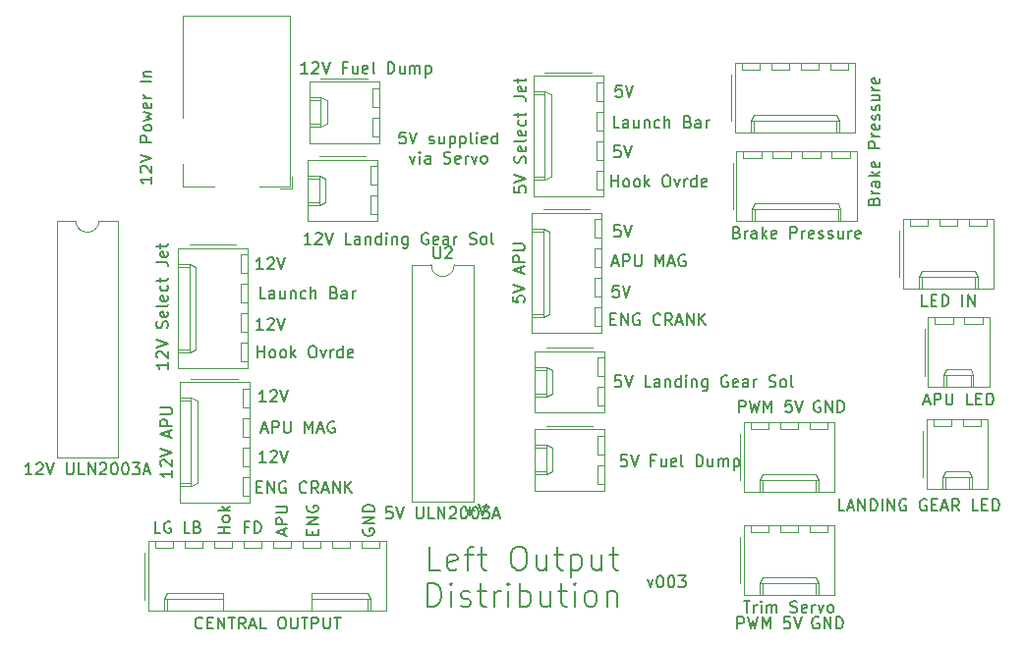
<source format=gbr>
G04 #@! TF.GenerationSoftware,KiCad,Pcbnew,(5.1.5-0-10_14)*
G04 #@! TF.CreationDate,2021-11-28T08:27:30+10:00*
G04 #@! TF.ProjectId,OH - Left Console - Output Distribution,4f48202d-204c-4656-9674-20436f6e736f,rev?*
G04 #@! TF.SameCoordinates,Original*
G04 #@! TF.FileFunction,Legend,Top*
G04 #@! TF.FilePolarity,Positive*
%FSLAX46Y46*%
G04 Gerber Fmt 4.6, Leading zero omitted, Abs format (unit mm)*
G04 Created by KiCad (PCBNEW (5.1.5-0-10_14)) date 2021-11-28 08:27:30*
%MOMM*%
%LPD*%
G04 APERTURE LIST*
%ADD10C,0.200000*%
%ADD11C,0.150000*%
%ADD12C,0.120000*%
G04 APERTURE END LIST*
D10*
X155543714Y-37781880D02*
X155067523Y-37781880D01*
X155019904Y-38258071D01*
X155067523Y-38210452D01*
X155162761Y-38162833D01*
X155400857Y-38162833D01*
X155496095Y-38210452D01*
X155543714Y-38258071D01*
X155591333Y-38353309D01*
X155591333Y-38591404D01*
X155543714Y-38686642D01*
X155496095Y-38734261D01*
X155400857Y-38781880D01*
X155162761Y-38781880D01*
X155067523Y-38734261D01*
X155019904Y-38686642D01*
X155877047Y-37781880D02*
X156210380Y-38781880D01*
X156543714Y-37781880D01*
X157591333Y-38734261D02*
X157686571Y-38781880D01*
X157877047Y-38781880D01*
X157972285Y-38734261D01*
X158019904Y-38639023D01*
X158019904Y-38591404D01*
X157972285Y-38496166D01*
X157877047Y-38448547D01*
X157734190Y-38448547D01*
X157638952Y-38400928D01*
X157591333Y-38305690D01*
X157591333Y-38258071D01*
X157638952Y-38162833D01*
X157734190Y-38115214D01*
X157877047Y-38115214D01*
X157972285Y-38162833D01*
X158877047Y-38115214D02*
X158877047Y-38781880D01*
X158448476Y-38115214D02*
X158448476Y-38639023D01*
X158496095Y-38734261D01*
X158591333Y-38781880D01*
X158734190Y-38781880D01*
X158829428Y-38734261D01*
X158877047Y-38686642D01*
X159353238Y-38115214D02*
X159353238Y-39115214D01*
X159353238Y-38162833D02*
X159448476Y-38115214D01*
X159638952Y-38115214D01*
X159734190Y-38162833D01*
X159781809Y-38210452D01*
X159829428Y-38305690D01*
X159829428Y-38591404D01*
X159781809Y-38686642D01*
X159734190Y-38734261D01*
X159638952Y-38781880D01*
X159448476Y-38781880D01*
X159353238Y-38734261D01*
X160258000Y-38115214D02*
X160258000Y-39115214D01*
X160258000Y-38162833D02*
X160353238Y-38115214D01*
X160543714Y-38115214D01*
X160638952Y-38162833D01*
X160686571Y-38210452D01*
X160734190Y-38305690D01*
X160734190Y-38591404D01*
X160686571Y-38686642D01*
X160638952Y-38734261D01*
X160543714Y-38781880D01*
X160353238Y-38781880D01*
X160258000Y-38734261D01*
X161305619Y-38781880D02*
X161210380Y-38734261D01*
X161162761Y-38639023D01*
X161162761Y-37781880D01*
X161686571Y-38781880D02*
X161686571Y-38115214D01*
X161686571Y-37781880D02*
X161638952Y-37829500D01*
X161686571Y-37877119D01*
X161734190Y-37829500D01*
X161686571Y-37781880D01*
X161686571Y-37877119D01*
X162543714Y-38734261D02*
X162448476Y-38781880D01*
X162258000Y-38781880D01*
X162162761Y-38734261D01*
X162115142Y-38639023D01*
X162115142Y-38258071D01*
X162162761Y-38162833D01*
X162258000Y-38115214D01*
X162448476Y-38115214D01*
X162543714Y-38162833D01*
X162591333Y-38258071D01*
X162591333Y-38353309D01*
X162115142Y-38448547D01*
X163448476Y-38781880D02*
X163448476Y-37781880D01*
X163448476Y-38734261D02*
X163353238Y-38781880D01*
X163162761Y-38781880D01*
X163067523Y-38734261D01*
X163019904Y-38686642D01*
X162972285Y-38591404D01*
X162972285Y-38305690D01*
X163019904Y-38210452D01*
X163067523Y-38162833D01*
X163162761Y-38115214D01*
X163353238Y-38115214D01*
X163448476Y-38162833D01*
X155900857Y-39815214D02*
X156138952Y-40481880D01*
X156377047Y-39815214D01*
X156758000Y-40481880D02*
X156758000Y-39815214D01*
X156758000Y-39481880D02*
X156710380Y-39529500D01*
X156758000Y-39577119D01*
X156805619Y-39529500D01*
X156758000Y-39481880D01*
X156758000Y-39577119D01*
X157662761Y-40481880D02*
X157662761Y-39958071D01*
X157615142Y-39862833D01*
X157519904Y-39815214D01*
X157329428Y-39815214D01*
X157234190Y-39862833D01*
X157662761Y-40434261D02*
X157567523Y-40481880D01*
X157329428Y-40481880D01*
X157234190Y-40434261D01*
X157186571Y-40339023D01*
X157186571Y-40243785D01*
X157234190Y-40148547D01*
X157329428Y-40100928D01*
X157567523Y-40100928D01*
X157662761Y-40053309D01*
X158853238Y-40434261D02*
X158996095Y-40481880D01*
X159234190Y-40481880D01*
X159329428Y-40434261D01*
X159377047Y-40386642D01*
X159424666Y-40291404D01*
X159424666Y-40196166D01*
X159377047Y-40100928D01*
X159329428Y-40053309D01*
X159234190Y-40005690D01*
X159043714Y-39958071D01*
X158948476Y-39910452D01*
X158900857Y-39862833D01*
X158853238Y-39767595D01*
X158853238Y-39672357D01*
X158900857Y-39577119D01*
X158948476Y-39529500D01*
X159043714Y-39481880D01*
X159281809Y-39481880D01*
X159424666Y-39529500D01*
X160234190Y-40434261D02*
X160138952Y-40481880D01*
X159948476Y-40481880D01*
X159853238Y-40434261D01*
X159805619Y-40339023D01*
X159805619Y-39958071D01*
X159853238Y-39862833D01*
X159948476Y-39815214D01*
X160138952Y-39815214D01*
X160234190Y-39862833D01*
X160281809Y-39958071D01*
X160281809Y-40053309D01*
X159805619Y-40148547D01*
X160710380Y-40481880D02*
X160710380Y-39815214D01*
X160710380Y-40005690D02*
X160758000Y-39910452D01*
X160805619Y-39862833D01*
X160900857Y-39815214D01*
X160996095Y-39815214D01*
X161234190Y-39815214D02*
X161472285Y-40481880D01*
X161710380Y-39815214D01*
X162234190Y-40481880D02*
X162138952Y-40434261D01*
X162091333Y-40386642D01*
X162043714Y-40291404D01*
X162043714Y-40005690D01*
X162091333Y-39910452D01*
X162138952Y-39862833D01*
X162234190Y-39815214D01*
X162377047Y-39815214D01*
X162472285Y-39862833D01*
X162519904Y-39910452D01*
X162567523Y-40005690D01*
X162567523Y-40291404D01*
X162519904Y-40386642D01*
X162472285Y-40434261D01*
X162377047Y-40481880D01*
X162234190Y-40481880D01*
D11*
X173912785Y-51014380D02*
X173436595Y-51014380D01*
X173388976Y-51490571D01*
X173436595Y-51442952D01*
X173531833Y-51395333D01*
X173769928Y-51395333D01*
X173865166Y-51442952D01*
X173912785Y-51490571D01*
X173960404Y-51585809D01*
X173960404Y-51823904D01*
X173912785Y-51919142D01*
X173865166Y-51966761D01*
X173769928Y-52014380D01*
X173531833Y-52014380D01*
X173436595Y-51966761D01*
X173388976Y-51919142D01*
X174246119Y-51014380D02*
X174579452Y-52014380D01*
X174912785Y-51014380D01*
X174039785Y-45807380D02*
X173563595Y-45807380D01*
X173515976Y-46283571D01*
X173563595Y-46235952D01*
X173658833Y-46188333D01*
X173896928Y-46188333D01*
X173992166Y-46235952D01*
X174039785Y-46283571D01*
X174087404Y-46378809D01*
X174087404Y-46616904D01*
X174039785Y-46712142D01*
X173992166Y-46759761D01*
X173896928Y-46807380D01*
X173658833Y-46807380D01*
X173563595Y-46759761D01*
X173515976Y-46712142D01*
X174373119Y-45807380D02*
X174706452Y-46807380D01*
X175039785Y-45807380D01*
X173388976Y-49061666D02*
X173865166Y-49061666D01*
X173293738Y-49347380D02*
X173627071Y-48347380D01*
X173960404Y-49347380D01*
X174293738Y-49347380D02*
X174293738Y-48347380D01*
X174674690Y-48347380D01*
X174769928Y-48395000D01*
X174817547Y-48442619D01*
X174865166Y-48537857D01*
X174865166Y-48680714D01*
X174817547Y-48775952D01*
X174769928Y-48823571D01*
X174674690Y-48871190D01*
X174293738Y-48871190D01*
X175293738Y-48347380D02*
X175293738Y-49156904D01*
X175341357Y-49252142D01*
X175388976Y-49299761D01*
X175484214Y-49347380D01*
X175674690Y-49347380D01*
X175769928Y-49299761D01*
X175817547Y-49252142D01*
X175865166Y-49156904D01*
X175865166Y-48347380D01*
X177103261Y-49347380D02*
X177103261Y-48347380D01*
X177436595Y-49061666D01*
X177769928Y-48347380D01*
X177769928Y-49347380D01*
X178198500Y-49061666D02*
X178674690Y-49061666D01*
X178103261Y-49347380D02*
X178436595Y-48347380D01*
X178769928Y-49347380D01*
X179627071Y-48395000D02*
X179531833Y-48347380D01*
X179388976Y-48347380D01*
X179246119Y-48395000D01*
X179150880Y-48490238D01*
X179103261Y-48585476D01*
X179055642Y-48775952D01*
X179055642Y-48918809D01*
X179103261Y-49109285D01*
X179150880Y-49204523D01*
X179246119Y-49299761D01*
X179388976Y-49347380D01*
X179484214Y-49347380D01*
X179627071Y-49299761D01*
X179674690Y-49252142D01*
X179674690Y-48918809D01*
X179484214Y-48918809D01*
X173220571Y-53903571D02*
X173553904Y-53903571D01*
X173696761Y-54427380D02*
X173220571Y-54427380D01*
X173220571Y-53427380D01*
X173696761Y-53427380D01*
X174125333Y-54427380D02*
X174125333Y-53427380D01*
X174696761Y-54427380D01*
X174696761Y-53427380D01*
X175696761Y-53475000D02*
X175601523Y-53427380D01*
X175458666Y-53427380D01*
X175315809Y-53475000D01*
X175220571Y-53570238D01*
X175172952Y-53665476D01*
X175125333Y-53855952D01*
X175125333Y-53998809D01*
X175172952Y-54189285D01*
X175220571Y-54284523D01*
X175315809Y-54379761D01*
X175458666Y-54427380D01*
X175553904Y-54427380D01*
X175696761Y-54379761D01*
X175744380Y-54332142D01*
X175744380Y-53998809D01*
X175553904Y-53998809D01*
X177506285Y-54332142D02*
X177458666Y-54379761D01*
X177315809Y-54427380D01*
X177220571Y-54427380D01*
X177077714Y-54379761D01*
X176982476Y-54284523D01*
X176934857Y-54189285D01*
X176887238Y-53998809D01*
X176887238Y-53855952D01*
X176934857Y-53665476D01*
X176982476Y-53570238D01*
X177077714Y-53475000D01*
X177220571Y-53427380D01*
X177315809Y-53427380D01*
X177458666Y-53475000D01*
X177506285Y-53522619D01*
X178506285Y-54427380D02*
X178172952Y-53951190D01*
X177934857Y-54427380D02*
X177934857Y-53427380D01*
X178315809Y-53427380D01*
X178411047Y-53475000D01*
X178458666Y-53522619D01*
X178506285Y-53617857D01*
X178506285Y-53760714D01*
X178458666Y-53855952D01*
X178411047Y-53903571D01*
X178315809Y-53951190D01*
X177934857Y-53951190D01*
X178887238Y-54141666D02*
X179363428Y-54141666D01*
X178792000Y-54427380D02*
X179125333Y-53427380D01*
X179458666Y-54427380D01*
X179792000Y-54427380D02*
X179792000Y-53427380D01*
X180363428Y-54427380D01*
X180363428Y-53427380D01*
X180839619Y-54427380D02*
X180839619Y-53427380D01*
X181411047Y-54427380D02*
X180982476Y-53855952D01*
X181411047Y-53427380D02*
X180839619Y-53998809D01*
X174039785Y-38949380D02*
X173563595Y-38949380D01*
X173515976Y-39425571D01*
X173563595Y-39377952D01*
X173658833Y-39330333D01*
X173896928Y-39330333D01*
X173992166Y-39377952D01*
X174039785Y-39425571D01*
X174087404Y-39520809D01*
X174087404Y-39758904D01*
X174039785Y-39854142D01*
X173992166Y-39901761D01*
X173896928Y-39949380D01*
X173658833Y-39949380D01*
X173563595Y-39901761D01*
X173515976Y-39854142D01*
X174373119Y-38949380D02*
X174706452Y-39949380D01*
X175039785Y-38949380D01*
X174166785Y-33742380D02*
X173690595Y-33742380D01*
X173642976Y-34218571D01*
X173690595Y-34170952D01*
X173785833Y-34123333D01*
X174023928Y-34123333D01*
X174119166Y-34170952D01*
X174166785Y-34218571D01*
X174214404Y-34313809D01*
X174214404Y-34551904D01*
X174166785Y-34647142D01*
X174119166Y-34694761D01*
X174023928Y-34742380D01*
X173785833Y-34742380D01*
X173690595Y-34694761D01*
X173642976Y-34647142D01*
X174500119Y-33742380D02*
X174833452Y-34742380D01*
X175166785Y-33742380D01*
X173974571Y-37409380D02*
X173498380Y-37409380D01*
X173498380Y-36409380D01*
X174736476Y-37409380D02*
X174736476Y-36885571D01*
X174688857Y-36790333D01*
X174593619Y-36742714D01*
X174403142Y-36742714D01*
X174307904Y-36790333D01*
X174736476Y-37361761D02*
X174641238Y-37409380D01*
X174403142Y-37409380D01*
X174307904Y-37361761D01*
X174260285Y-37266523D01*
X174260285Y-37171285D01*
X174307904Y-37076047D01*
X174403142Y-37028428D01*
X174641238Y-37028428D01*
X174736476Y-36980809D01*
X175641238Y-36742714D02*
X175641238Y-37409380D01*
X175212666Y-36742714D02*
X175212666Y-37266523D01*
X175260285Y-37361761D01*
X175355523Y-37409380D01*
X175498380Y-37409380D01*
X175593619Y-37361761D01*
X175641238Y-37314142D01*
X176117428Y-36742714D02*
X176117428Y-37409380D01*
X176117428Y-36837952D02*
X176165047Y-36790333D01*
X176260285Y-36742714D01*
X176403142Y-36742714D01*
X176498380Y-36790333D01*
X176546000Y-36885571D01*
X176546000Y-37409380D01*
X177450761Y-37361761D02*
X177355523Y-37409380D01*
X177165047Y-37409380D01*
X177069809Y-37361761D01*
X177022190Y-37314142D01*
X176974571Y-37218904D01*
X176974571Y-36933190D01*
X177022190Y-36837952D01*
X177069809Y-36790333D01*
X177165047Y-36742714D01*
X177355523Y-36742714D01*
X177450761Y-36790333D01*
X177879333Y-37409380D02*
X177879333Y-36409380D01*
X178307904Y-37409380D02*
X178307904Y-36885571D01*
X178260285Y-36790333D01*
X178165047Y-36742714D01*
X178022190Y-36742714D01*
X177926952Y-36790333D01*
X177879333Y-36837952D01*
X179879333Y-36885571D02*
X180022190Y-36933190D01*
X180069809Y-36980809D01*
X180117428Y-37076047D01*
X180117428Y-37218904D01*
X180069809Y-37314142D01*
X180022190Y-37361761D01*
X179926952Y-37409380D01*
X179546000Y-37409380D01*
X179546000Y-36409380D01*
X179879333Y-36409380D01*
X179974571Y-36457000D01*
X180022190Y-36504619D01*
X180069809Y-36599857D01*
X180069809Y-36695095D01*
X180022190Y-36790333D01*
X179974571Y-36837952D01*
X179879333Y-36885571D01*
X179546000Y-36885571D01*
X180974571Y-37409380D02*
X180974571Y-36885571D01*
X180926952Y-36790333D01*
X180831714Y-36742714D01*
X180641238Y-36742714D01*
X180546000Y-36790333D01*
X180974571Y-37361761D02*
X180879333Y-37409380D01*
X180641238Y-37409380D01*
X180546000Y-37361761D01*
X180498380Y-37266523D01*
X180498380Y-37171285D01*
X180546000Y-37076047D01*
X180641238Y-37028428D01*
X180879333Y-37028428D01*
X180974571Y-36980809D01*
X181450761Y-37409380D02*
X181450761Y-36742714D01*
X181450761Y-36933190D02*
X181498380Y-36837952D01*
X181546000Y-36790333D01*
X181641238Y-36742714D01*
X181736476Y-36742714D01*
X173309595Y-42489380D02*
X173309595Y-41489380D01*
X173309595Y-41965571D02*
X173881023Y-41965571D01*
X173881023Y-42489380D02*
X173881023Y-41489380D01*
X174500071Y-42489380D02*
X174404833Y-42441761D01*
X174357214Y-42394142D01*
X174309595Y-42298904D01*
X174309595Y-42013190D01*
X174357214Y-41917952D01*
X174404833Y-41870333D01*
X174500071Y-41822714D01*
X174642928Y-41822714D01*
X174738166Y-41870333D01*
X174785785Y-41917952D01*
X174833404Y-42013190D01*
X174833404Y-42298904D01*
X174785785Y-42394142D01*
X174738166Y-42441761D01*
X174642928Y-42489380D01*
X174500071Y-42489380D01*
X175404833Y-42489380D02*
X175309595Y-42441761D01*
X175261976Y-42394142D01*
X175214357Y-42298904D01*
X175214357Y-42013190D01*
X175261976Y-41917952D01*
X175309595Y-41870333D01*
X175404833Y-41822714D01*
X175547690Y-41822714D01*
X175642928Y-41870333D01*
X175690547Y-41917952D01*
X175738166Y-42013190D01*
X175738166Y-42298904D01*
X175690547Y-42394142D01*
X175642928Y-42441761D01*
X175547690Y-42489380D01*
X175404833Y-42489380D01*
X176166738Y-42489380D02*
X176166738Y-41489380D01*
X176261976Y-42108428D02*
X176547690Y-42489380D01*
X176547690Y-41822714D02*
X176166738Y-42203666D01*
X177928642Y-41489380D02*
X178119119Y-41489380D01*
X178214357Y-41537000D01*
X178309595Y-41632238D01*
X178357214Y-41822714D01*
X178357214Y-42156047D01*
X178309595Y-42346523D01*
X178214357Y-42441761D01*
X178119119Y-42489380D01*
X177928642Y-42489380D01*
X177833404Y-42441761D01*
X177738166Y-42346523D01*
X177690547Y-42156047D01*
X177690547Y-41822714D01*
X177738166Y-41632238D01*
X177833404Y-41537000D01*
X177928642Y-41489380D01*
X178690547Y-41822714D02*
X178928642Y-42489380D01*
X179166738Y-41822714D01*
X179547690Y-42489380D02*
X179547690Y-41822714D01*
X179547690Y-42013190D02*
X179595309Y-41917952D01*
X179642928Y-41870333D01*
X179738166Y-41822714D01*
X179833404Y-41822714D01*
X180595309Y-42489380D02*
X180595309Y-41489380D01*
X180595309Y-42441761D02*
X180500071Y-42489380D01*
X180309595Y-42489380D01*
X180214357Y-42441761D01*
X180166738Y-42394142D01*
X180119119Y-42298904D01*
X180119119Y-42013190D01*
X180166738Y-41917952D01*
X180214357Y-41870333D01*
X180309595Y-41822714D01*
X180500071Y-41822714D01*
X180595309Y-41870333D01*
X181452452Y-42441761D02*
X181357214Y-42489380D01*
X181166738Y-42489380D01*
X181071500Y-42441761D01*
X181023880Y-42346523D01*
X181023880Y-41965571D01*
X181071500Y-41870333D01*
X181166738Y-41822714D01*
X181357214Y-41822714D01*
X181452452Y-41870333D01*
X181500071Y-41965571D01*
X181500071Y-42060809D01*
X181023880Y-42156047D01*
X143525952Y-61031380D02*
X142954523Y-61031380D01*
X143240238Y-61031380D02*
X143240238Y-60031380D01*
X143145000Y-60174238D01*
X143049761Y-60269476D01*
X142954523Y-60317095D01*
X143906904Y-60126619D02*
X143954523Y-60079000D01*
X144049761Y-60031380D01*
X144287857Y-60031380D01*
X144383095Y-60079000D01*
X144430714Y-60126619D01*
X144478333Y-60221857D01*
X144478333Y-60317095D01*
X144430714Y-60459952D01*
X143859285Y-61031380D01*
X144478333Y-61031380D01*
X144764047Y-60031380D02*
X145097380Y-61031380D01*
X145430714Y-60031380D01*
X143525952Y-66238380D02*
X142954523Y-66238380D01*
X143240238Y-66238380D02*
X143240238Y-65238380D01*
X143145000Y-65381238D01*
X143049761Y-65476476D01*
X142954523Y-65524095D01*
X143906904Y-65333619D02*
X143954523Y-65286000D01*
X144049761Y-65238380D01*
X144287857Y-65238380D01*
X144383095Y-65286000D01*
X144430714Y-65333619D01*
X144478333Y-65428857D01*
X144478333Y-65524095D01*
X144430714Y-65666952D01*
X143859285Y-66238380D01*
X144478333Y-66238380D01*
X144764047Y-65238380D02*
X145097380Y-66238380D01*
X145430714Y-65238380D01*
X143271952Y-54808380D02*
X142700523Y-54808380D01*
X142986238Y-54808380D02*
X142986238Y-53808380D01*
X142891000Y-53951238D01*
X142795761Y-54046476D01*
X142700523Y-54094095D01*
X143652904Y-53903619D02*
X143700523Y-53856000D01*
X143795761Y-53808380D01*
X144033857Y-53808380D01*
X144129095Y-53856000D01*
X144176714Y-53903619D01*
X144224333Y-53998857D01*
X144224333Y-54094095D01*
X144176714Y-54236952D01*
X143605285Y-54808380D01*
X144224333Y-54808380D01*
X144510047Y-53808380D02*
X144843380Y-54808380D01*
X145176714Y-53808380D01*
X184142238Y-80589380D02*
X184142238Y-79589380D01*
X184523190Y-79589380D01*
X184618428Y-79637000D01*
X184666047Y-79684619D01*
X184713666Y-79779857D01*
X184713666Y-79922714D01*
X184666047Y-80017952D01*
X184618428Y-80065571D01*
X184523190Y-80113190D01*
X184142238Y-80113190D01*
X185047000Y-79589380D02*
X185285095Y-80589380D01*
X185475571Y-79875095D01*
X185666047Y-80589380D01*
X185904142Y-79589380D01*
X186285095Y-80589380D02*
X186285095Y-79589380D01*
X186618428Y-80303666D01*
X186951761Y-79589380D01*
X186951761Y-80589380D01*
X188658523Y-79589380D02*
X188182333Y-79589380D01*
X188134714Y-80065571D01*
X188182333Y-80017952D01*
X188277571Y-79970333D01*
X188515666Y-79970333D01*
X188610904Y-80017952D01*
X188658523Y-80065571D01*
X188706142Y-80160809D01*
X188706142Y-80398904D01*
X188658523Y-80494142D01*
X188610904Y-80541761D01*
X188515666Y-80589380D01*
X188277571Y-80589380D01*
X188182333Y-80541761D01*
X188134714Y-80494142D01*
X188991857Y-79589380D02*
X189325190Y-80589380D01*
X189658523Y-79589380D01*
X191135095Y-79637000D02*
X191039857Y-79589380D01*
X190897000Y-79589380D01*
X190754142Y-79637000D01*
X190658904Y-79732238D01*
X190611285Y-79827476D01*
X190563666Y-80017952D01*
X190563666Y-80160809D01*
X190611285Y-80351285D01*
X190658904Y-80446523D01*
X190754142Y-80541761D01*
X190897000Y-80589380D01*
X190992238Y-80589380D01*
X191135095Y-80541761D01*
X191182714Y-80494142D01*
X191182714Y-80160809D01*
X190992238Y-80160809D01*
X191611285Y-80589380D02*
X191611285Y-79589380D01*
X192182714Y-80589380D01*
X192182714Y-79589380D01*
X192658904Y-80589380D02*
X192658904Y-79589380D01*
X192897000Y-79589380D01*
X193039857Y-79637000D01*
X193135095Y-79732238D01*
X193182714Y-79827476D01*
X193230333Y-80017952D01*
X193230333Y-80160809D01*
X193182714Y-80351285D01*
X193135095Y-80446523D01*
X193039857Y-80541761D01*
X192897000Y-80589380D01*
X192658904Y-80589380D01*
X191262095Y-60968000D02*
X191166857Y-60920380D01*
X191024000Y-60920380D01*
X190881142Y-60968000D01*
X190785904Y-61063238D01*
X190738285Y-61158476D01*
X190690666Y-61348952D01*
X190690666Y-61491809D01*
X190738285Y-61682285D01*
X190785904Y-61777523D01*
X190881142Y-61872761D01*
X191024000Y-61920380D01*
X191119238Y-61920380D01*
X191262095Y-61872761D01*
X191309714Y-61825142D01*
X191309714Y-61491809D01*
X191119238Y-61491809D01*
X191738285Y-61920380D02*
X191738285Y-60920380D01*
X192309714Y-61920380D01*
X192309714Y-60920380D01*
X192785904Y-61920380D02*
X192785904Y-60920380D01*
X193024000Y-60920380D01*
X193166857Y-60968000D01*
X193262095Y-61063238D01*
X193309714Y-61158476D01*
X193357333Y-61348952D01*
X193357333Y-61491809D01*
X193309714Y-61682285D01*
X193262095Y-61777523D01*
X193166857Y-61872761D01*
X193024000Y-61920380D01*
X192785904Y-61920380D01*
X188785523Y-60920380D02*
X188309333Y-60920380D01*
X188261714Y-61396571D01*
X188309333Y-61348952D01*
X188404571Y-61301333D01*
X188642666Y-61301333D01*
X188737904Y-61348952D01*
X188785523Y-61396571D01*
X188833142Y-61491809D01*
X188833142Y-61729904D01*
X188785523Y-61825142D01*
X188737904Y-61872761D01*
X188642666Y-61920380D01*
X188404571Y-61920380D01*
X188309333Y-61872761D01*
X188261714Y-61825142D01*
X189118857Y-60920380D02*
X189452190Y-61920380D01*
X189785523Y-60920380D01*
X184269238Y-61920380D02*
X184269238Y-60920380D01*
X184650190Y-60920380D01*
X184745428Y-60968000D01*
X184793047Y-61015619D01*
X184840666Y-61110857D01*
X184840666Y-61253714D01*
X184793047Y-61348952D01*
X184745428Y-61396571D01*
X184650190Y-61444190D01*
X184269238Y-61444190D01*
X185174000Y-60920380D02*
X185412095Y-61920380D01*
X185602571Y-61206095D01*
X185793047Y-61920380D01*
X186031142Y-60920380D01*
X186412095Y-61920380D02*
X186412095Y-60920380D01*
X186745428Y-61634666D01*
X187078761Y-60920380D01*
X187078761Y-61920380D01*
X142829595Y-57221380D02*
X142829595Y-56221380D01*
X142829595Y-56697571D02*
X143401023Y-56697571D01*
X143401023Y-57221380D02*
X143401023Y-56221380D01*
X144020071Y-57221380D02*
X143924833Y-57173761D01*
X143877214Y-57126142D01*
X143829595Y-57030904D01*
X143829595Y-56745190D01*
X143877214Y-56649952D01*
X143924833Y-56602333D01*
X144020071Y-56554714D01*
X144162928Y-56554714D01*
X144258166Y-56602333D01*
X144305785Y-56649952D01*
X144353404Y-56745190D01*
X144353404Y-57030904D01*
X144305785Y-57126142D01*
X144258166Y-57173761D01*
X144162928Y-57221380D01*
X144020071Y-57221380D01*
X144924833Y-57221380D02*
X144829595Y-57173761D01*
X144781976Y-57126142D01*
X144734357Y-57030904D01*
X144734357Y-56745190D01*
X144781976Y-56649952D01*
X144829595Y-56602333D01*
X144924833Y-56554714D01*
X145067690Y-56554714D01*
X145162928Y-56602333D01*
X145210547Y-56649952D01*
X145258166Y-56745190D01*
X145258166Y-57030904D01*
X145210547Y-57126142D01*
X145162928Y-57173761D01*
X145067690Y-57221380D01*
X144924833Y-57221380D01*
X145686738Y-57221380D02*
X145686738Y-56221380D01*
X145781976Y-56840428D02*
X146067690Y-57221380D01*
X146067690Y-56554714D02*
X145686738Y-56935666D01*
X147448642Y-56221380D02*
X147639119Y-56221380D01*
X147734357Y-56269000D01*
X147829595Y-56364238D01*
X147877214Y-56554714D01*
X147877214Y-56888047D01*
X147829595Y-57078523D01*
X147734357Y-57173761D01*
X147639119Y-57221380D01*
X147448642Y-57221380D01*
X147353404Y-57173761D01*
X147258166Y-57078523D01*
X147210547Y-56888047D01*
X147210547Y-56554714D01*
X147258166Y-56364238D01*
X147353404Y-56269000D01*
X147448642Y-56221380D01*
X148210547Y-56554714D02*
X148448642Y-57221380D01*
X148686738Y-56554714D01*
X149067690Y-57221380D02*
X149067690Y-56554714D01*
X149067690Y-56745190D02*
X149115309Y-56649952D01*
X149162928Y-56602333D01*
X149258166Y-56554714D01*
X149353404Y-56554714D01*
X150115309Y-57221380D02*
X150115309Y-56221380D01*
X150115309Y-57173761D02*
X150020071Y-57221380D01*
X149829595Y-57221380D01*
X149734357Y-57173761D01*
X149686738Y-57126142D01*
X149639119Y-57030904D01*
X149639119Y-56745190D01*
X149686738Y-56649952D01*
X149734357Y-56602333D01*
X149829595Y-56554714D01*
X150020071Y-56554714D01*
X150115309Y-56602333D01*
X150972452Y-57173761D02*
X150877214Y-57221380D01*
X150686738Y-57221380D01*
X150591500Y-57173761D01*
X150543880Y-57078523D01*
X150543880Y-56697571D01*
X150591500Y-56602333D01*
X150686738Y-56554714D01*
X150877214Y-56554714D01*
X150972452Y-56602333D01*
X151020071Y-56697571D01*
X151020071Y-56792809D01*
X150543880Y-56888047D01*
X143494571Y-52141380D02*
X143018380Y-52141380D01*
X143018380Y-51141380D01*
X144256476Y-52141380D02*
X144256476Y-51617571D01*
X144208857Y-51522333D01*
X144113619Y-51474714D01*
X143923142Y-51474714D01*
X143827904Y-51522333D01*
X144256476Y-52093761D02*
X144161238Y-52141380D01*
X143923142Y-52141380D01*
X143827904Y-52093761D01*
X143780285Y-51998523D01*
X143780285Y-51903285D01*
X143827904Y-51808047D01*
X143923142Y-51760428D01*
X144161238Y-51760428D01*
X144256476Y-51712809D01*
X145161238Y-51474714D02*
X145161238Y-52141380D01*
X144732666Y-51474714D02*
X144732666Y-51998523D01*
X144780285Y-52093761D01*
X144875523Y-52141380D01*
X145018380Y-52141380D01*
X145113619Y-52093761D01*
X145161238Y-52046142D01*
X145637428Y-51474714D02*
X145637428Y-52141380D01*
X145637428Y-51569952D02*
X145685047Y-51522333D01*
X145780285Y-51474714D01*
X145923142Y-51474714D01*
X146018380Y-51522333D01*
X146066000Y-51617571D01*
X146066000Y-52141380D01*
X146970761Y-52093761D02*
X146875523Y-52141380D01*
X146685047Y-52141380D01*
X146589809Y-52093761D01*
X146542190Y-52046142D01*
X146494571Y-51950904D01*
X146494571Y-51665190D01*
X146542190Y-51569952D01*
X146589809Y-51522333D01*
X146685047Y-51474714D01*
X146875523Y-51474714D01*
X146970761Y-51522333D01*
X147399333Y-52141380D02*
X147399333Y-51141380D01*
X147827904Y-52141380D02*
X147827904Y-51617571D01*
X147780285Y-51522333D01*
X147685047Y-51474714D01*
X147542190Y-51474714D01*
X147446952Y-51522333D01*
X147399333Y-51569952D01*
X149399333Y-51617571D02*
X149542190Y-51665190D01*
X149589809Y-51712809D01*
X149637428Y-51808047D01*
X149637428Y-51950904D01*
X149589809Y-52046142D01*
X149542190Y-52093761D01*
X149446952Y-52141380D01*
X149066000Y-52141380D01*
X149066000Y-51141380D01*
X149399333Y-51141380D01*
X149494571Y-51189000D01*
X149542190Y-51236619D01*
X149589809Y-51331857D01*
X149589809Y-51427095D01*
X149542190Y-51522333D01*
X149494571Y-51569952D01*
X149399333Y-51617571D01*
X149066000Y-51617571D01*
X150494571Y-52141380D02*
X150494571Y-51617571D01*
X150446952Y-51522333D01*
X150351714Y-51474714D01*
X150161238Y-51474714D01*
X150066000Y-51522333D01*
X150494571Y-52093761D02*
X150399333Y-52141380D01*
X150161238Y-52141380D01*
X150066000Y-52093761D01*
X150018380Y-51998523D01*
X150018380Y-51903285D01*
X150066000Y-51808047D01*
X150161238Y-51760428D01*
X150399333Y-51760428D01*
X150494571Y-51712809D01*
X150970761Y-52141380D02*
X150970761Y-51474714D01*
X150970761Y-51665190D02*
X151018380Y-51569952D01*
X151066000Y-51522333D01*
X151161238Y-51474714D01*
X151256476Y-51474714D01*
X142740571Y-68381571D02*
X143073904Y-68381571D01*
X143216761Y-68905380D02*
X142740571Y-68905380D01*
X142740571Y-67905380D01*
X143216761Y-67905380D01*
X143645333Y-68905380D02*
X143645333Y-67905380D01*
X144216761Y-68905380D01*
X144216761Y-67905380D01*
X145216761Y-67953000D02*
X145121523Y-67905380D01*
X144978666Y-67905380D01*
X144835809Y-67953000D01*
X144740571Y-68048238D01*
X144692952Y-68143476D01*
X144645333Y-68333952D01*
X144645333Y-68476809D01*
X144692952Y-68667285D01*
X144740571Y-68762523D01*
X144835809Y-68857761D01*
X144978666Y-68905380D01*
X145073904Y-68905380D01*
X145216761Y-68857761D01*
X145264380Y-68810142D01*
X145264380Y-68476809D01*
X145073904Y-68476809D01*
X147026285Y-68810142D02*
X146978666Y-68857761D01*
X146835809Y-68905380D01*
X146740571Y-68905380D01*
X146597714Y-68857761D01*
X146502476Y-68762523D01*
X146454857Y-68667285D01*
X146407238Y-68476809D01*
X146407238Y-68333952D01*
X146454857Y-68143476D01*
X146502476Y-68048238D01*
X146597714Y-67953000D01*
X146740571Y-67905380D01*
X146835809Y-67905380D01*
X146978666Y-67953000D01*
X147026285Y-68000619D01*
X148026285Y-68905380D02*
X147692952Y-68429190D01*
X147454857Y-68905380D02*
X147454857Y-67905380D01*
X147835809Y-67905380D01*
X147931047Y-67953000D01*
X147978666Y-68000619D01*
X148026285Y-68095857D01*
X148026285Y-68238714D01*
X147978666Y-68333952D01*
X147931047Y-68381571D01*
X147835809Y-68429190D01*
X147454857Y-68429190D01*
X148407238Y-68619666D02*
X148883428Y-68619666D01*
X148312000Y-68905380D02*
X148645333Y-67905380D01*
X148978666Y-68905380D01*
X149312000Y-68905380D02*
X149312000Y-67905380D01*
X149883428Y-68905380D01*
X149883428Y-67905380D01*
X150359619Y-68905380D02*
X150359619Y-67905380D01*
X150931047Y-68905380D02*
X150502476Y-68333952D01*
X150931047Y-67905380D02*
X150359619Y-68476809D01*
X143161142Y-63412666D02*
X143637333Y-63412666D01*
X143065904Y-63698380D02*
X143399238Y-62698380D01*
X143732571Y-63698380D01*
X144065904Y-63698380D02*
X144065904Y-62698380D01*
X144446857Y-62698380D01*
X144542095Y-62746000D01*
X144589714Y-62793619D01*
X144637333Y-62888857D01*
X144637333Y-63031714D01*
X144589714Y-63126952D01*
X144542095Y-63174571D01*
X144446857Y-63222190D01*
X144065904Y-63222190D01*
X145065904Y-62698380D02*
X145065904Y-63507904D01*
X145113523Y-63603142D01*
X145161142Y-63650761D01*
X145256380Y-63698380D01*
X145446857Y-63698380D01*
X145542095Y-63650761D01*
X145589714Y-63603142D01*
X145637333Y-63507904D01*
X145637333Y-62698380D01*
X146875428Y-63698380D02*
X146875428Y-62698380D01*
X147208761Y-63412666D01*
X147542095Y-62698380D01*
X147542095Y-63698380D01*
X147970666Y-63412666D02*
X148446857Y-63412666D01*
X147875428Y-63698380D02*
X148208761Y-62698380D01*
X148542095Y-63698380D01*
X149399238Y-62746000D02*
X149304000Y-62698380D01*
X149161142Y-62698380D01*
X149018285Y-62746000D01*
X148923047Y-62841238D01*
X148875428Y-62936476D01*
X148827809Y-63126952D01*
X148827809Y-63269809D01*
X148875428Y-63460285D01*
X148923047Y-63555523D01*
X149018285Y-63650761D01*
X149161142Y-63698380D01*
X149256380Y-63698380D01*
X149399238Y-63650761D01*
X149446857Y-63603142D01*
X149446857Y-63269809D01*
X149256380Y-63269809D01*
X160734476Y-70429428D02*
X161496380Y-70429428D01*
X161115428Y-70810380D02*
X161115428Y-70048476D01*
X161829714Y-69810380D02*
X162163047Y-70810380D01*
X162496380Y-69810380D01*
X143271952Y-49601380D02*
X142700523Y-49601380D01*
X142986238Y-49601380D02*
X142986238Y-48601380D01*
X142891000Y-48744238D01*
X142795761Y-48839476D01*
X142700523Y-48887095D01*
X143652904Y-48696619D02*
X143700523Y-48649000D01*
X143795761Y-48601380D01*
X144033857Y-48601380D01*
X144129095Y-48649000D01*
X144176714Y-48696619D01*
X144224333Y-48791857D01*
X144224333Y-48887095D01*
X144176714Y-49029952D01*
X143605285Y-49601380D01*
X144224333Y-49601380D01*
X144510047Y-48601380D02*
X144843380Y-49601380D01*
X145176714Y-48601380D01*
X147502571Y-72485095D02*
X147502571Y-72151761D01*
X148026380Y-72008904D02*
X148026380Y-72485095D01*
X147026380Y-72485095D01*
X147026380Y-72008904D01*
X148026380Y-71580333D02*
X147026380Y-71580333D01*
X148026380Y-71008904D01*
X147026380Y-71008904D01*
X147074000Y-70008904D02*
X147026380Y-70104142D01*
X147026380Y-70247000D01*
X147074000Y-70389857D01*
X147169238Y-70485095D01*
X147264476Y-70532714D01*
X147454952Y-70580333D01*
X147597809Y-70580333D01*
X147788285Y-70532714D01*
X147883523Y-70485095D01*
X147978761Y-70389857D01*
X148026380Y-70247000D01*
X148026380Y-70151761D01*
X147978761Y-70008904D01*
X147931142Y-69961285D01*
X147597809Y-69961285D01*
X147597809Y-70151761D01*
X145073666Y-72508904D02*
X145073666Y-72032714D01*
X145359380Y-72604142D02*
X144359380Y-72270809D01*
X145359380Y-71937476D01*
X145359380Y-71604142D02*
X144359380Y-71604142D01*
X144359380Y-71223190D01*
X144407000Y-71127952D01*
X144454619Y-71080333D01*
X144549857Y-71032714D01*
X144692714Y-71032714D01*
X144787952Y-71080333D01*
X144835571Y-71127952D01*
X144883190Y-71223190D01*
X144883190Y-71604142D01*
X144359380Y-70604142D02*
X145168904Y-70604142D01*
X145264142Y-70556523D01*
X145311761Y-70508904D01*
X145359380Y-70413666D01*
X145359380Y-70223190D01*
X145311761Y-70127952D01*
X145264142Y-70080333D01*
X145168904Y-70032714D01*
X144359380Y-70032714D01*
X142009857Y-71810571D02*
X141676523Y-71810571D01*
X141676523Y-72334380D02*
X141676523Y-71334380D01*
X142152714Y-71334380D01*
X142533666Y-72334380D02*
X142533666Y-71334380D01*
X142771761Y-71334380D01*
X142914619Y-71382000D01*
X143009857Y-71477238D01*
X143057476Y-71572476D01*
X143105095Y-71762952D01*
X143105095Y-71905809D01*
X143057476Y-72096285D01*
X143009857Y-72191523D01*
X142914619Y-72286761D01*
X142771761Y-72334380D01*
X142533666Y-72334380D01*
X140406380Y-72389857D02*
X139406380Y-72389857D01*
X139882571Y-72389857D02*
X139882571Y-71818428D01*
X140406380Y-71818428D02*
X139406380Y-71818428D01*
X140406380Y-71199380D02*
X140358761Y-71294619D01*
X140311142Y-71342238D01*
X140215904Y-71389857D01*
X139930190Y-71389857D01*
X139834952Y-71342238D01*
X139787333Y-71294619D01*
X139739714Y-71199380D01*
X139739714Y-71056523D01*
X139787333Y-70961285D01*
X139834952Y-70913666D01*
X139930190Y-70866047D01*
X140215904Y-70866047D01*
X140311142Y-70913666D01*
X140358761Y-70961285D01*
X140406380Y-71056523D01*
X140406380Y-71199380D01*
X140406380Y-70437476D02*
X139406380Y-70437476D01*
X140025428Y-70342238D02*
X140406380Y-70056523D01*
X139739714Y-70056523D02*
X140120666Y-70437476D01*
X136969523Y-72334380D02*
X136493333Y-72334380D01*
X136493333Y-71334380D01*
X137636190Y-71810571D02*
X137779047Y-71858190D01*
X137826666Y-71905809D01*
X137874285Y-72001047D01*
X137874285Y-72143904D01*
X137826666Y-72239142D01*
X137779047Y-72286761D01*
X137683809Y-72334380D01*
X137302857Y-72334380D01*
X137302857Y-71334380D01*
X137636190Y-71334380D01*
X137731428Y-71382000D01*
X137779047Y-71429619D01*
X137826666Y-71524857D01*
X137826666Y-71620095D01*
X137779047Y-71715333D01*
X137731428Y-71762952D01*
X137636190Y-71810571D01*
X137302857Y-71810571D01*
X134429523Y-72334380D02*
X133953333Y-72334380D01*
X133953333Y-71334380D01*
X135286666Y-71382000D02*
X135191428Y-71334380D01*
X135048571Y-71334380D01*
X134905714Y-71382000D01*
X134810476Y-71477238D01*
X134762857Y-71572476D01*
X134715238Y-71762952D01*
X134715238Y-71905809D01*
X134762857Y-72096285D01*
X134810476Y-72191523D01*
X134905714Y-72286761D01*
X135048571Y-72334380D01*
X135143809Y-72334380D01*
X135286666Y-72286761D01*
X135334285Y-72239142D01*
X135334285Y-71905809D01*
X135143809Y-71905809D01*
X151900000Y-72008904D02*
X151852380Y-72104142D01*
X151852380Y-72247000D01*
X151900000Y-72389857D01*
X151995238Y-72485095D01*
X152090476Y-72532714D01*
X152280952Y-72580333D01*
X152423809Y-72580333D01*
X152614285Y-72532714D01*
X152709523Y-72485095D01*
X152804761Y-72389857D01*
X152852380Y-72247000D01*
X152852380Y-72151761D01*
X152804761Y-72008904D01*
X152757142Y-71961285D01*
X152423809Y-71961285D01*
X152423809Y-72151761D01*
X152852380Y-71532714D02*
X151852380Y-71532714D01*
X152852380Y-70961285D01*
X151852380Y-70961285D01*
X152852380Y-70485095D02*
X151852380Y-70485095D01*
X151852380Y-70247000D01*
X151900000Y-70104142D01*
X151995238Y-70008904D01*
X152090476Y-69961285D01*
X152280952Y-69913666D01*
X152423809Y-69913666D01*
X152614285Y-69961285D01*
X152709523Y-70008904D01*
X152804761Y-70104142D01*
X152852380Y-70247000D01*
X152852380Y-70485095D01*
X176387333Y-76366714D02*
X176625428Y-77033380D01*
X176863523Y-76366714D01*
X177434952Y-76033380D02*
X177530190Y-76033380D01*
X177625428Y-76081000D01*
X177673047Y-76128619D01*
X177720666Y-76223857D01*
X177768285Y-76414333D01*
X177768285Y-76652428D01*
X177720666Y-76842904D01*
X177673047Y-76938142D01*
X177625428Y-76985761D01*
X177530190Y-77033380D01*
X177434952Y-77033380D01*
X177339714Y-76985761D01*
X177292095Y-76938142D01*
X177244476Y-76842904D01*
X177196857Y-76652428D01*
X177196857Y-76414333D01*
X177244476Y-76223857D01*
X177292095Y-76128619D01*
X177339714Y-76081000D01*
X177434952Y-76033380D01*
X178387333Y-76033380D02*
X178482571Y-76033380D01*
X178577809Y-76081000D01*
X178625428Y-76128619D01*
X178673047Y-76223857D01*
X178720666Y-76414333D01*
X178720666Y-76652428D01*
X178673047Y-76842904D01*
X178625428Y-76938142D01*
X178577809Y-76985761D01*
X178482571Y-77033380D01*
X178387333Y-77033380D01*
X178292095Y-76985761D01*
X178244476Y-76938142D01*
X178196857Y-76842904D01*
X178149238Y-76652428D01*
X178149238Y-76414333D01*
X178196857Y-76223857D01*
X178244476Y-76128619D01*
X178292095Y-76081000D01*
X178387333Y-76033380D01*
X179054000Y-76033380D02*
X179673047Y-76033380D01*
X179339714Y-76414333D01*
X179482571Y-76414333D01*
X179577809Y-76461952D01*
X179625428Y-76509571D01*
X179673047Y-76604809D01*
X179673047Y-76842904D01*
X179625428Y-76938142D01*
X179577809Y-76985761D01*
X179482571Y-77033380D01*
X179196857Y-77033380D01*
X179101619Y-76985761D01*
X179054000Y-76938142D01*
X158560380Y-75529761D02*
X157608000Y-75529761D01*
X157608000Y-73529761D01*
X159988952Y-75434523D02*
X159798476Y-75529761D01*
X159417523Y-75529761D01*
X159227047Y-75434523D01*
X159131809Y-75244047D01*
X159131809Y-74482142D01*
X159227047Y-74291666D01*
X159417523Y-74196428D01*
X159798476Y-74196428D01*
X159988952Y-74291666D01*
X160084190Y-74482142D01*
X160084190Y-74672619D01*
X159131809Y-74863095D01*
X160655619Y-74196428D02*
X161417523Y-74196428D01*
X160941333Y-75529761D02*
X160941333Y-73815476D01*
X161036571Y-73625000D01*
X161227047Y-73529761D01*
X161417523Y-73529761D01*
X161798476Y-74196428D02*
X162560380Y-74196428D01*
X162084190Y-73529761D02*
X162084190Y-75244047D01*
X162179428Y-75434523D01*
X162369904Y-75529761D01*
X162560380Y-75529761D01*
X165131809Y-73529761D02*
X165512761Y-73529761D01*
X165703238Y-73625000D01*
X165893714Y-73815476D01*
X165988952Y-74196428D01*
X165988952Y-74863095D01*
X165893714Y-75244047D01*
X165703238Y-75434523D01*
X165512761Y-75529761D01*
X165131809Y-75529761D01*
X164941333Y-75434523D01*
X164750857Y-75244047D01*
X164655619Y-74863095D01*
X164655619Y-74196428D01*
X164750857Y-73815476D01*
X164941333Y-73625000D01*
X165131809Y-73529761D01*
X167703238Y-74196428D02*
X167703238Y-75529761D01*
X166846095Y-74196428D02*
X166846095Y-75244047D01*
X166941333Y-75434523D01*
X167131809Y-75529761D01*
X167417523Y-75529761D01*
X167608000Y-75434523D01*
X167703238Y-75339285D01*
X168369904Y-74196428D02*
X169131809Y-74196428D01*
X168655619Y-73529761D02*
X168655619Y-75244047D01*
X168750857Y-75434523D01*
X168941333Y-75529761D01*
X169131809Y-75529761D01*
X169798476Y-74196428D02*
X169798476Y-76196428D01*
X169798476Y-74291666D02*
X169988952Y-74196428D01*
X170369904Y-74196428D01*
X170560380Y-74291666D01*
X170655619Y-74386904D01*
X170750857Y-74577380D01*
X170750857Y-75148809D01*
X170655619Y-75339285D01*
X170560380Y-75434523D01*
X170369904Y-75529761D01*
X169988952Y-75529761D01*
X169798476Y-75434523D01*
X172465142Y-74196428D02*
X172465142Y-75529761D01*
X171608000Y-74196428D02*
X171608000Y-75244047D01*
X171703238Y-75434523D01*
X171893714Y-75529761D01*
X172179428Y-75529761D01*
X172369904Y-75434523D01*
X172465142Y-75339285D01*
X173131809Y-74196428D02*
X173893714Y-74196428D01*
X173417523Y-73529761D02*
X173417523Y-75244047D01*
X173512761Y-75434523D01*
X173703238Y-75529761D01*
X173893714Y-75529761D01*
X157465142Y-78679761D02*
X157465142Y-76679761D01*
X157941333Y-76679761D01*
X158227047Y-76775000D01*
X158417523Y-76965476D01*
X158512761Y-77155952D01*
X158608000Y-77536904D01*
X158608000Y-77822619D01*
X158512761Y-78203571D01*
X158417523Y-78394047D01*
X158227047Y-78584523D01*
X157941333Y-78679761D01*
X157465142Y-78679761D01*
X159465142Y-78679761D02*
X159465142Y-77346428D01*
X159465142Y-76679761D02*
X159369904Y-76775000D01*
X159465142Y-76870238D01*
X159560380Y-76775000D01*
X159465142Y-76679761D01*
X159465142Y-76870238D01*
X160322285Y-78584523D02*
X160512761Y-78679761D01*
X160893714Y-78679761D01*
X161084190Y-78584523D01*
X161179428Y-78394047D01*
X161179428Y-78298809D01*
X161084190Y-78108333D01*
X160893714Y-78013095D01*
X160608000Y-78013095D01*
X160417523Y-77917857D01*
X160322285Y-77727380D01*
X160322285Y-77632142D01*
X160417523Y-77441666D01*
X160608000Y-77346428D01*
X160893714Y-77346428D01*
X161084190Y-77441666D01*
X161750857Y-77346428D02*
X162512761Y-77346428D01*
X162036571Y-76679761D02*
X162036571Y-78394047D01*
X162131809Y-78584523D01*
X162322285Y-78679761D01*
X162512761Y-78679761D01*
X163179428Y-78679761D02*
X163179428Y-77346428D01*
X163179428Y-77727380D02*
X163274666Y-77536904D01*
X163369904Y-77441666D01*
X163560380Y-77346428D01*
X163750857Y-77346428D01*
X164417523Y-78679761D02*
X164417523Y-77346428D01*
X164417523Y-76679761D02*
X164322285Y-76775000D01*
X164417523Y-76870238D01*
X164512761Y-76775000D01*
X164417523Y-76679761D01*
X164417523Y-76870238D01*
X165369904Y-78679761D02*
X165369904Y-76679761D01*
X165369904Y-77441666D02*
X165560380Y-77346428D01*
X165941333Y-77346428D01*
X166131809Y-77441666D01*
X166227047Y-77536904D01*
X166322285Y-77727380D01*
X166322285Y-78298809D01*
X166227047Y-78489285D01*
X166131809Y-78584523D01*
X165941333Y-78679761D01*
X165560380Y-78679761D01*
X165369904Y-78584523D01*
X168036571Y-77346428D02*
X168036571Y-78679761D01*
X167179428Y-77346428D02*
X167179428Y-78394047D01*
X167274666Y-78584523D01*
X167465142Y-78679761D01*
X167750857Y-78679761D01*
X167941333Y-78584523D01*
X168036571Y-78489285D01*
X168703238Y-77346428D02*
X169465142Y-77346428D01*
X168988952Y-76679761D02*
X168988952Y-78394047D01*
X169084190Y-78584523D01*
X169274666Y-78679761D01*
X169465142Y-78679761D01*
X170131809Y-78679761D02*
X170131809Y-77346428D01*
X170131809Y-76679761D02*
X170036571Y-76775000D01*
X170131809Y-76870238D01*
X170227047Y-76775000D01*
X170131809Y-76679761D01*
X170131809Y-76870238D01*
X171369904Y-78679761D02*
X171179428Y-78584523D01*
X171084190Y-78489285D01*
X170988952Y-78298809D01*
X170988952Y-77727380D01*
X171084190Y-77536904D01*
X171179428Y-77441666D01*
X171369904Y-77346428D01*
X171655619Y-77346428D01*
X171846095Y-77441666D01*
X171941333Y-77536904D01*
X172036571Y-77727380D01*
X172036571Y-78298809D01*
X171941333Y-78489285D01*
X171846095Y-78584523D01*
X171655619Y-78679761D01*
X171369904Y-78679761D01*
X172893714Y-77346428D02*
X172893714Y-78679761D01*
X172893714Y-77536904D02*
X172988952Y-77441666D01*
X173179428Y-77346428D01*
X173465142Y-77346428D01*
X173655619Y-77441666D01*
X173750857Y-77632142D01*
X173750857Y-78679761D01*
D12*
X171848000Y-54521000D02*
X172448000Y-54521000D01*
X171848000Y-52921000D02*
X171848000Y-54521000D01*
X172448000Y-52921000D02*
X171848000Y-52921000D01*
X171848000Y-51981000D02*
X172448000Y-51981000D01*
X171848000Y-50381000D02*
X171848000Y-51981000D01*
X172448000Y-50381000D02*
X171848000Y-50381000D01*
X171848000Y-49441000D02*
X172448000Y-49441000D01*
X171848000Y-47841000D02*
X171848000Y-49441000D01*
X172448000Y-47841000D02*
X171848000Y-47841000D01*
X171848000Y-46901000D02*
X172448000Y-46901000D01*
X171848000Y-45301000D02*
X171848000Y-46901000D01*
X172448000Y-45301000D02*
X171848000Y-45301000D01*
X166428000Y-53471000D02*
X167428000Y-53471000D01*
X166428000Y-46351000D02*
X167428000Y-46351000D01*
X167958000Y-53471000D02*
X167428000Y-53721000D01*
X167958000Y-46351000D02*
X167958000Y-53471000D01*
X167428000Y-46101000D02*
X167958000Y-46351000D01*
X167428000Y-53721000D02*
X166428000Y-53721000D01*
X167428000Y-46101000D02*
X167428000Y-53721000D01*
X166428000Y-46101000D02*
X167428000Y-46101000D01*
X171418000Y-44431000D02*
X167418000Y-44431000D01*
X172448000Y-55101000D02*
X172448000Y-44721000D01*
X166428000Y-55101000D02*
X172448000Y-55101000D01*
X166428000Y-44721000D02*
X166428000Y-55101000D01*
X172448000Y-44721000D02*
X166428000Y-44721000D01*
X171975000Y-42710000D02*
X172575000Y-42710000D01*
X171975000Y-41110000D02*
X171975000Y-42710000D01*
X172575000Y-41110000D02*
X171975000Y-41110000D01*
X171975000Y-40170000D02*
X172575000Y-40170000D01*
X171975000Y-38570000D02*
X171975000Y-40170000D01*
X172575000Y-38570000D02*
X171975000Y-38570000D01*
X171975000Y-37630000D02*
X172575000Y-37630000D01*
X171975000Y-36030000D02*
X171975000Y-37630000D01*
X172575000Y-36030000D02*
X171975000Y-36030000D01*
X171975000Y-35090000D02*
X172575000Y-35090000D01*
X171975000Y-33490000D02*
X171975000Y-35090000D01*
X172575000Y-33490000D02*
X171975000Y-33490000D01*
X166555000Y-41660000D02*
X167555000Y-41660000D01*
X166555000Y-34540000D02*
X167555000Y-34540000D01*
X168085000Y-41660000D02*
X167555000Y-41910000D01*
X168085000Y-34540000D02*
X168085000Y-41660000D01*
X167555000Y-34290000D02*
X168085000Y-34540000D01*
X167555000Y-41910000D02*
X166555000Y-41910000D01*
X167555000Y-34290000D02*
X167555000Y-41910000D01*
X166555000Y-34290000D02*
X167555000Y-34290000D01*
X171545000Y-32620000D02*
X167545000Y-32620000D01*
X172575000Y-43290000D02*
X172575000Y-32910000D01*
X166555000Y-43290000D02*
X172575000Y-43290000D01*
X166555000Y-32910000D02*
X166555000Y-43290000D01*
X172575000Y-32910000D02*
X166555000Y-32910000D01*
X172102000Y-68110000D02*
X172702000Y-68110000D01*
X172102000Y-66510000D02*
X172102000Y-68110000D01*
X172702000Y-66510000D02*
X172102000Y-66510000D01*
X172102000Y-65570000D02*
X172702000Y-65570000D01*
X172102000Y-63970000D02*
X172102000Y-65570000D01*
X172702000Y-63970000D02*
X172102000Y-63970000D01*
X166682000Y-67060000D02*
X167682000Y-67060000D01*
X166682000Y-65020000D02*
X167682000Y-65020000D01*
X168212000Y-67060000D02*
X167682000Y-67310000D01*
X168212000Y-65020000D02*
X168212000Y-67060000D01*
X167682000Y-64770000D02*
X168212000Y-65020000D01*
X167682000Y-67310000D02*
X166682000Y-67310000D01*
X167682000Y-64770000D02*
X167682000Y-67310000D01*
X166682000Y-64770000D02*
X167682000Y-64770000D01*
X171672000Y-63100000D02*
X167672000Y-63100000D01*
X172702000Y-68690000D02*
X172702000Y-63390000D01*
X166682000Y-68690000D02*
X172702000Y-68690000D01*
X166682000Y-63390000D02*
X166682000Y-68690000D01*
X172702000Y-63390000D02*
X166682000Y-63390000D01*
X172102000Y-61379000D02*
X172702000Y-61379000D01*
X172102000Y-59779000D02*
X172102000Y-61379000D01*
X172702000Y-59779000D02*
X172102000Y-59779000D01*
X172102000Y-58839000D02*
X172702000Y-58839000D01*
X172102000Y-57239000D02*
X172102000Y-58839000D01*
X172702000Y-57239000D02*
X172102000Y-57239000D01*
X166682000Y-60329000D02*
X167682000Y-60329000D01*
X166682000Y-58289000D02*
X167682000Y-58289000D01*
X168212000Y-60329000D02*
X167682000Y-60579000D01*
X168212000Y-58289000D02*
X168212000Y-60329000D01*
X167682000Y-58039000D02*
X168212000Y-58289000D01*
X167682000Y-60579000D02*
X166682000Y-60579000D01*
X167682000Y-58039000D02*
X167682000Y-60579000D01*
X166682000Y-58039000D02*
X167682000Y-58039000D01*
X171672000Y-56369000D02*
X167672000Y-56369000D01*
X172702000Y-61959000D02*
X172702000Y-56659000D01*
X166682000Y-61959000D02*
X172702000Y-61959000D01*
X166682000Y-56659000D02*
X166682000Y-61959000D01*
X172702000Y-56659000D02*
X166682000Y-56659000D01*
X145570000Y-42429000D02*
X142970000Y-42429000D01*
X145570000Y-27729000D02*
X145570000Y-42429000D01*
X136370000Y-42429000D02*
X136370000Y-40529000D01*
X139070000Y-42429000D02*
X136370000Y-42429000D01*
X136370000Y-27729000D02*
X145570000Y-27729000D01*
X136370000Y-36529000D02*
X136370000Y-27729000D01*
X145770000Y-41579000D02*
X145770000Y-42629000D01*
X144720000Y-42629000D02*
X145770000Y-42629000D01*
X161400000Y-49216000D02*
X159750000Y-49216000D01*
X161400000Y-69656000D02*
X161400000Y-49216000D01*
X156100000Y-69656000D02*
X161400000Y-69656000D01*
X156100000Y-49216000D02*
X156100000Y-69656000D01*
X157750000Y-49216000D02*
X156100000Y-49216000D01*
X159750000Y-49216000D02*
G75*
G02X157750000Y-49216000I-1000000J0D01*
G01*
X153327000Y-73643000D02*
X153327000Y-73043000D01*
X151727000Y-73643000D02*
X153327000Y-73643000D01*
X151727000Y-73043000D02*
X151727000Y-73643000D01*
X150787000Y-73643000D02*
X150787000Y-73043000D01*
X149187000Y-73643000D02*
X150787000Y-73643000D01*
X149187000Y-73043000D02*
X149187000Y-73643000D01*
X148247000Y-73643000D02*
X148247000Y-73043000D01*
X146647000Y-73643000D02*
X148247000Y-73643000D01*
X146647000Y-73043000D02*
X146647000Y-73643000D01*
X145707000Y-73643000D02*
X145707000Y-73043000D01*
X144107000Y-73643000D02*
X145707000Y-73643000D01*
X144107000Y-73043000D02*
X144107000Y-73643000D01*
X143167000Y-73643000D02*
X143167000Y-73043000D01*
X141567000Y-73643000D02*
X143167000Y-73643000D01*
X141567000Y-73043000D02*
X141567000Y-73643000D01*
X140627000Y-73643000D02*
X140627000Y-73043000D01*
X139027000Y-73643000D02*
X140627000Y-73643000D01*
X139027000Y-73043000D02*
X139027000Y-73643000D01*
X138087000Y-73643000D02*
X138087000Y-73043000D01*
X136487000Y-73643000D02*
X138087000Y-73643000D01*
X136487000Y-73043000D02*
X136487000Y-73643000D01*
X135547000Y-73643000D02*
X135547000Y-73043000D01*
X133947000Y-73643000D02*
X135547000Y-73643000D01*
X133947000Y-73043000D02*
X133947000Y-73643000D01*
X152277000Y-79063000D02*
X152277000Y-78063000D01*
X147447000Y-77533000D02*
X147447000Y-78063000D01*
X152277000Y-77533000D02*
X147447000Y-77533000D01*
X152527000Y-78063000D02*
X152277000Y-77533000D01*
X147447000Y-78063000D02*
X147447000Y-79063000D01*
X152527000Y-78063000D02*
X147447000Y-78063000D01*
X152527000Y-79063000D02*
X152527000Y-78063000D01*
X134997000Y-79063000D02*
X134997000Y-78063000D01*
X139827000Y-77533000D02*
X139827000Y-78063000D01*
X134997000Y-77533000D02*
X139827000Y-77533000D01*
X134747000Y-78063000D02*
X134997000Y-77533000D01*
X139827000Y-78063000D02*
X139827000Y-79063000D01*
X134747000Y-78063000D02*
X139827000Y-78063000D01*
X134747000Y-79063000D02*
X134747000Y-78063000D01*
X133077000Y-74073000D02*
X133077000Y-78073000D01*
X153907000Y-73043000D02*
X133367000Y-73043000D01*
X153907000Y-79063000D02*
X153907000Y-73043000D01*
X133367000Y-79063000D02*
X153907000Y-79063000D01*
X133367000Y-73043000D02*
X133367000Y-79063000D01*
X205143000Y-63102000D02*
X205143000Y-62502000D01*
X203543000Y-63102000D02*
X205143000Y-63102000D01*
X203543000Y-62502000D02*
X203543000Y-63102000D01*
X202603000Y-63102000D02*
X202603000Y-62502000D01*
X201003000Y-63102000D02*
X202603000Y-63102000D01*
X201003000Y-62502000D02*
X201003000Y-63102000D01*
X204093000Y-68522000D02*
X204093000Y-67522000D01*
X202053000Y-68522000D02*
X202053000Y-67522000D01*
X204093000Y-66992000D02*
X204343000Y-67522000D01*
X202053000Y-66992000D02*
X204093000Y-66992000D01*
X201803000Y-67522000D02*
X202053000Y-66992000D01*
X204343000Y-67522000D02*
X204343000Y-68522000D01*
X201803000Y-67522000D02*
X204343000Y-67522000D01*
X201803000Y-68522000D02*
X201803000Y-67522000D01*
X200133000Y-63532000D02*
X200133000Y-67532000D01*
X205723000Y-62502000D02*
X200423000Y-62502000D01*
X205723000Y-68522000D02*
X205723000Y-62502000D01*
X200423000Y-68522000D02*
X205723000Y-68522000D01*
X200423000Y-62502000D02*
X200423000Y-68522000D01*
X205270000Y-54339000D02*
X205270000Y-53739000D01*
X203670000Y-54339000D02*
X205270000Y-54339000D01*
X203670000Y-53739000D02*
X203670000Y-54339000D01*
X202730000Y-54339000D02*
X202730000Y-53739000D01*
X201130000Y-54339000D02*
X202730000Y-54339000D01*
X201130000Y-53739000D02*
X201130000Y-54339000D01*
X204220000Y-59759000D02*
X204220000Y-58759000D01*
X202180000Y-59759000D02*
X202180000Y-58759000D01*
X204220000Y-58229000D02*
X204470000Y-58759000D01*
X202180000Y-58229000D02*
X204220000Y-58229000D01*
X201930000Y-58759000D02*
X202180000Y-58229000D01*
X204470000Y-58759000D02*
X204470000Y-59759000D01*
X201930000Y-58759000D02*
X204470000Y-58759000D01*
X201930000Y-59759000D02*
X201930000Y-58759000D01*
X200260000Y-54769000D02*
X200260000Y-58769000D01*
X205850000Y-53739000D02*
X200550000Y-53739000D01*
X205850000Y-59759000D02*
X205850000Y-53739000D01*
X200550000Y-59759000D02*
X205850000Y-59759000D01*
X200550000Y-53739000D02*
X200550000Y-59759000D01*
X205651000Y-45830000D02*
X205651000Y-45230000D01*
X204051000Y-45830000D02*
X205651000Y-45830000D01*
X204051000Y-45230000D02*
X204051000Y-45830000D01*
X203111000Y-45830000D02*
X203111000Y-45230000D01*
X201511000Y-45830000D02*
X203111000Y-45830000D01*
X201511000Y-45230000D02*
X201511000Y-45830000D01*
X200571000Y-45830000D02*
X200571000Y-45230000D01*
X198971000Y-45830000D02*
X200571000Y-45830000D01*
X198971000Y-45230000D02*
X198971000Y-45830000D01*
X204601000Y-51250000D02*
X204601000Y-50250000D01*
X200021000Y-51250000D02*
X200021000Y-50250000D01*
X204601000Y-49720000D02*
X204851000Y-50250000D01*
X200021000Y-49720000D02*
X204601000Y-49720000D01*
X199771000Y-50250000D02*
X200021000Y-49720000D01*
X204851000Y-50250000D02*
X204851000Y-51250000D01*
X199771000Y-50250000D02*
X204851000Y-50250000D01*
X199771000Y-51250000D02*
X199771000Y-50250000D01*
X198101000Y-46260000D02*
X198101000Y-50260000D01*
X206231000Y-45230000D02*
X198391000Y-45230000D01*
X206231000Y-51250000D02*
X206231000Y-45230000D01*
X198391000Y-51250000D02*
X206231000Y-51250000D01*
X198391000Y-45230000D02*
X198391000Y-51250000D01*
X130793000Y-45406000D02*
X129143000Y-45406000D01*
X130793000Y-65846000D02*
X130793000Y-45406000D01*
X125493000Y-65846000D02*
X130793000Y-65846000D01*
X125493000Y-45406000D02*
X125493000Y-65846000D01*
X127143000Y-45406000D02*
X125493000Y-45406000D01*
X129143000Y-45406000D02*
G75*
G02X127143000Y-45406000I-1000000J0D01*
G01*
X191935000Y-63356000D02*
X191935000Y-62756000D01*
X190335000Y-63356000D02*
X191935000Y-63356000D01*
X190335000Y-62756000D02*
X190335000Y-63356000D01*
X189395000Y-63356000D02*
X189395000Y-62756000D01*
X187795000Y-63356000D02*
X189395000Y-63356000D01*
X187795000Y-62756000D02*
X187795000Y-63356000D01*
X186855000Y-63356000D02*
X186855000Y-62756000D01*
X185255000Y-63356000D02*
X186855000Y-63356000D01*
X185255000Y-62756000D02*
X185255000Y-63356000D01*
X190885000Y-68776000D02*
X190885000Y-67776000D01*
X186305000Y-68776000D02*
X186305000Y-67776000D01*
X190885000Y-67246000D02*
X191135000Y-67776000D01*
X186305000Y-67246000D02*
X190885000Y-67246000D01*
X186055000Y-67776000D02*
X186305000Y-67246000D01*
X191135000Y-67776000D02*
X191135000Y-68776000D01*
X186055000Y-67776000D02*
X191135000Y-67776000D01*
X186055000Y-68776000D02*
X186055000Y-67776000D01*
X184385000Y-63786000D02*
X184385000Y-67786000D01*
X192515000Y-62756000D02*
X184675000Y-62756000D01*
X192515000Y-68776000D02*
X192515000Y-62756000D01*
X184675000Y-68776000D02*
X192515000Y-68776000D01*
X184675000Y-62756000D02*
X184675000Y-68776000D01*
X191935000Y-72246000D02*
X191935000Y-71646000D01*
X190335000Y-72246000D02*
X191935000Y-72246000D01*
X190335000Y-71646000D02*
X190335000Y-72246000D01*
X189395000Y-72246000D02*
X189395000Y-71646000D01*
X187795000Y-72246000D02*
X189395000Y-72246000D01*
X187795000Y-71646000D02*
X187795000Y-72246000D01*
X186855000Y-72246000D02*
X186855000Y-71646000D01*
X185255000Y-72246000D02*
X186855000Y-72246000D01*
X185255000Y-71646000D02*
X185255000Y-72246000D01*
X190885000Y-77666000D02*
X190885000Y-76666000D01*
X186305000Y-77666000D02*
X186305000Y-76666000D01*
X190885000Y-76136000D02*
X191135000Y-76666000D01*
X186305000Y-76136000D02*
X190885000Y-76136000D01*
X186055000Y-76666000D02*
X186305000Y-76136000D01*
X191135000Y-76666000D02*
X191135000Y-77666000D01*
X186055000Y-76666000D02*
X191135000Y-76666000D01*
X186055000Y-77666000D02*
X186055000Y-76666000D01*
X184385000Y-72676000D02*
X184385000Y-76676000D01*
X192515000Y-71646000D02*
X184675000Y-71646000D01*
X192515000Y-77666000D02*
X192515000Y-71646000D01*
X184675000Y-77666000D02*
X192515000Y-77666000D01*
X184675000Y-71646000D02*
X184675000Y-77666000D01*
X141495000Y-69126000D02*
X142095000Y-69126000D01*
X141495000Y-67526000D02*
X141495000Y-69126000D01*
X142095000Y-67526000D02*
X141495000Y-67526000D01*
X141495000Y-66586000D02*
X142095000Y-66586000D01*
X141495000Y-64986000D02*
X141495000Y-66586000D01*
X142095000Y-64986000D02*
X141495000Y-64986000D01*
X141495000Y-64046000D02*
X142095000Y-64046000D01*
X141495000Y-62446000D02*
X141495000Y-64046000D01*
X142095000Y-62446000D02*
X141495000Y-62446000D01*
X141495000Y-61506000D02*
X142095000Y-61506000D01*
X141495000Y-59906000D02*
X141495000Y-61506000D01*
X142095000Y-59906000D02*
X141495000Y-59906000D01*
X136075000Y-68076000D02*
X137075000Y-68076000D01*
X136075000Y-60956000D02*
X137075000Y-60956000D01*
X137605000Y-68076000D02*
X137075000Y-68326000D01*
X137605000Y-60956000D02*
X137605000Y-68076000D01*
X137075000Y-60706000D02*
X137605000Y-60956000D01*
X137075000Y-68326000D02*
X136075000Y-68326000D01*
X137075000Y-60706000D02*
X137075000Y-68326000D01*
X136075000Y-60706000D02*
X137075000Y-60706000D01*
X141065000Y-59036000D02*
X137065000Y-59036000D01*
X142095000Y-69706000D02*
X142095000Y-59326000D01*
X136075000Y-69706000D02*
X142095000Y-69706000D01*
X136075000Y-59326000D02*
X136075000Y-69706000D01*
X142095000Y-59326000D02*
X136075000Y-59326000D01*
X193840000Y-39988000D02*
X193840000Y-39388000D01*
X192240000Y-39988000D02*
X193840000Y-39988000D01*
X192240000Y-39388000D02*
X192240000Y-39988000D01*
X191300000Y-39988000D02*
X191300000Y-39388000D01*
X189700000Y-39988000D02*
X191300000Y-39988000D01*
X189700000Y-39388000D02*
X189700000Y-39988000D01*
X188760000Y-39988000D02*
X188760000Y-39388000D01*
X187160000Y-39988000D02*
X188760000Y-39988000D01*
X187160000Y-39388000D02*
X187160000Y-39988000D01*
X186220000Y-39988000D02*
X186220000Y-39388000D01*
X184620000Y-39988000D02*
X186220000Y-39988000D01*
X184620000Y-39388000D02*
X184620000Y-39988000D01*
X192790000Y-45408000D02*
X192790000Y-44408000D01*
X185670000Y-45408000D02*
X185670000Y-44408000D01*
X192790000Y-43878000D02*
X193040000Y-44408000D01*
X185670000Y-43878000D02*
X192790000Y-43878000D01*
X185420000Y-44408000D02*
X185670000Y-43878000D01*
X193040000Y-44408000D02*
X193040000Y-45408000D01*
X185420000Y-44408000D02*
X193040000Y-44408000D01*
X185420000Y-45408000D02*
X185420000Y-44408000D01*
X183750000Y-40418000D02*
X183750000Y-44418000D01*
X194420000Y-39388000D02*
X184040000Y-39388000D01*
X194420000Y-45408000D02*
X194420000Y-39388000D01*
X184040000Y-45408000D02*
X194420000Y-45408000D01*
X184040000Y-39388000D02*
X184040000Y-45408000D01*
X152671000Y-38138000D02*
X153271000Y-38138000D01*
X152671000Y-36538000D02*
X152671000Y-38138000D01*
X153271000Y-36538000D02*
X152671000Y-36538000D01*
X152671000Y-35598000D02*
X153271000Y-35598000D01*
X152671000Y-33998000D02*
X152671000Y-35598000D01*
X153271000Y-33998000D02*
X152671000Y-33998000D01*
X147251000Y-37088000D02*
X148251000Y-37088000D01*
X147251000Y-35048000D02*
X148251000Y-35048000D01*
X148781000Y-37088000D02*
X148251000Y-37338000D01*
X148781000Y-35048000D02*
X148781000Y-37088000D01*
X148251000Y-34798000D02*
X148781000Y-35048000D01*
X148251000Y-37338000D02*
X147251000Y-37338000D01*
X148251000Y-34798000D02*
X148251000Y-37338000D01*
X147251000Y-34798000D02*
X148251000Y-34798000D01*
X152241000Y-33128000D02*
X148241000Y-33128000D01*
X153271000Y-38718000D02*
X153271000Y-33418000D01*
X147251000Y-38718000D02*
X153271000Y-38718000D01*
X147251000Y-33418000D02*
X147251000Y-38718000D01*
X153271000Y-33418000D02*
X147251000Y-33418000D01*
X141368000Y-57569000D02*
X141968000Y-57569000D01*
X141368000Y-55969000D02*
X141368000Y-57569000D01*
X141968000Y-55969000D02*
X141368000Y-55969000D01*
X141368000Y-55029000D02*
X141968000Y-55029000D01*
X141368000Y-53429000D02*
X141368000Y-55029000D01*
X141968000Y-53429000D02*
X141368000Y-53429000D01*
X141368000Y-52489000D02*
X141968000Y-52489000D01*
X141368000Y-50889000D02*
X141368000Y-52489000D01*
X141968000Y-50889000D02*
X141368000Y-50889000D01*
X141368000Y-49949000D02*
X141968000Y-49949000D01*
X141368000Y-48349000D02*
X141368000Y-49949000D01*
X141968000Y-48349000D02*
X141368000Y-48349000D01*
X135948000Y-56519000D02*
X136948000Y-56519000D01*
X135948000Y-49399000D02*
X136948000Y-49399000D01*
X137478000Y-56519000D02*
X136948000Y-56769000D01*
X137478000Y-49399000D02*
X137478000Y-56519000D01*
X136948000Y-49149000D02*
X137478000Y-49399000D01*
X136948000Y-56769000D02*
X135948000Y-56769000D01*
X136948000Y-49149000D02*
X136948000Y-56769000D01*
X135948000Y-49149000D02*
X136948000Y-49149000D01*
X140938000Y-47479000D02*
X136938000Y-47479000D01*
X141968000Y-58149000D02*
X141968000Y-47769000D01*
X135948000Y-58149000D02*
X141968000Y-58149000D01*
X135948000Y-47769000D02*
X135948000Y-58149000D01*
X141968000Y-47769000D02*
X135948000Y-47769000D01*
X152544000Y-44869000D02*
X153144000Y-44869000D01*
X152544000Y-43269000D02*
X152544000Y-44869000D01*
X153144000Y-43269000D02*
X152544000Y-43269000D01*
X152544000Y-42329000D02*
X153144000Y-42329000D01*
X152544000Y-40729000D02*
X152544000Y-42329000D01*
X153144000Y-40729000D02*
X152544000Y-40729000D01*
X147124000Y-43819000D02*
X148124000Y-43819000D01*
X147124000Y-41779000D02*
X148124000Y-41779000D01*
X148654000Y-43819000D02*
X148124000Y-44069000D01*
X148654000Y-41779000D02*
X148654000Y-43819000D01*
X148124000Y-41529000D02*
X148654000Y-41779000D01*
X148124000Y-44069000D02*
X147124000Y-44069000D01*
X148124000Y-41529000D02*
X148124000Y-44069000D01*
X147124000Y-41529000D02*
X148124000Y-41529000D01*
X152114000Y-39859000D02*
X148114000Y-39859000D01*
X153144000Y-45449000D02*
X153144000Y-40149000D01*
X147124000Y-45449000D02*
X153144000Y-45449000D01*
X147124000Y-40149000D02*
X147124000Y-45449000D01*
X153144000Y-40149000D02*
X147124000Y-40149000D01*
X193713000Y-32368000D02*
X193713000Y-31768000D01*
X192113000Y-32368000D02*
X193713000Y-32368000D01*
X192113000Y-31768000D02*
X192113000Y-32368000D01*
X191173000Y-32368000D02*
X191173000Y-31768000D01*
X189573000Y-32368000D02*
X191173000Y-32368000D01*
X189573000Y-31768000D02*
X189573000Y-32368000D01*
X188633000Y-32368000D02*
X188633000Y-31768000D01*
X187033000Y-32368000D02*
X188633000Y-32368000D01*
X187033000Y-31768000D02*
X187033000Y-32368000D01*
X186093000Y-32368000D02*
X186093000Y-31768000D01*
X184493000Y-32368000D02*
X186093000Y-32368000D01*
X184493000Y-31768000D02*
X184493000Y-32368000D01*
X192663000Y-37788000D02*
X192663000Y-36788000D01*
X185543000Y-37788000D02*
X185543000Y-36788000D01*
X192663000Y-36258000D02*
X192913000Y-36788000D01*
X185543000Y-36258000D02*
X192663000Y-36258000D01*
X185293000Y-36788000D02*
X185543000Y-36258000D01*
X192913000Y-36788000D02*
X192913000Y-37788000D01*
X185293000Y-36788000D02*
X192913000Y-36788000D01*
X185293000Y-37788000D02*
X185293000Y-36788000D01*
X183623000Y-32798000D02*
X183623000Y-36798000D01*
X194293000Y-31768000D02*
X183913000Y-31768000D01*
X194293000Y-37788000D02*
X194293000Y-31768000D01*
X183913000Y-37788000D02*
X194293000Y-37788000D01*
X183913000Y-31768000D02*
X183913000Y-37788000D01*
D11*
X164790380Y-51934809D02*
X164790380Y-52411000D01*
X165266571Y-52458619D01*
X165218952Y-52411000D01*
X165171333Y-52315761D01*
X165171333Y-52077666D01*
X165218952Y-51982428D01*
X165266571Y-51934809D01*
X165361809Y-51887190D01*
X165599904Y-51887190D01*
X165695142Y-51934809D01*
X165742761Y-51982428D01*
X165790380Y-52077666D01*
X165790380Y-52315761D01*
X165742761Y-52411000D01*
X165695142Y-52458619D01*
X164790380Y-51601476D02*
X165790380Y-51268142D01*
X164790380Y-50934809D01*
X165504666Y-49887190D02*
X165504666Y-49411000D01*
X165790380Y-49982428D02*
X164790380Y-49649095D01*
X165790380Y-49315761D01*
X165790380Y-48982428D02*
X164790380Y-48982428D01*
X164790380Y-48601476D01*
X164838000Y-48506238D01*
X164885619Y-48458619D01*
X164980857Y-48411000D01*
X165123714Y-48411000D01*
X165218952Y-48458619D01*
X165266571Y-48506238D01*
X165314190Y-48601476D01*
X165314190Y-48982428D01*
X164790380Y-47982428D02*
X165599904Y-47982428D01*
X165695142Y-47934809D01*
X165742761Y-47887190D01*
X165790380Y-47791952D01*
X165790380Y-47601476D01*
X165742761Y-47506238D01*
X165695142Y-47458619D01*
X165599904Y-47411000D01*
X164790380Y-47411000D01*
X164917380Y-42457142D02*
X164917380Y-42933333D01*
X165393571Y-42980952D01*
X165345952Y-42933333D01*
X165298333Y-42838095D01*
X165298333Y-42600000D01*
X165345952Y-42504761D01*
X165393571Y-42457142D01*
X165488809Y-42409523D01*
X165726904Y-42409523D01*
X165822142Y-42457142D01*
X165869761Y-42504761D01*
X165917380Y-42600000D01*
X165917380Y-42838095D01*
X165869761Y-42933333D01*
X165822142Y-42980952D01*
X164917380Y-42123809D02*
X165917380Y-41790476D01*
X164917380Y-41457142D01*
X165869761Y-40409523D02*
X165917380Y-40266666D01*
X165917380Y-40028571D01*
X165869761Y-39933333D01*
X165822142Y-39885714D01*
X165726904Y-39838095D01*
X165631666Y-39838095D01*
X165536428Y-39885714D01*
X165488809Y-39933333D01*
X165441190Y-40028571D01*
X165393571Y-40219047D01*
X165345952Y-40314285D01*
X165298333Y-40361904D01*
X165203095Y-40409523D01*
X165107857Y-40409523D01*
X165012619Y-40361904D01*
X164965000Y-40314285D01*
X164917380Y-40219047D01*
X164917380Y-39980952D01*
X164965000Y-39838095D01*
X165869761Y-39028571D02*
X165917380Y-39123809D01*
X165917380Y-39314285D01*
X165869761Y-39409523D01*
X165774523Y-39457142D01*
X165393571Y-39457142D01*
X165298333Y-39409523D01*
X165250714Y-39314285D01*
X165250714Y-39123809D01*
X165298333Y-39028571D01*
X165393571Y-38980952D01*
X165488809Y-38980952D01*
X165584047Y-39457142D01*
X165917380Y-38409523D02*
X165869761Y-38504761D01*
X165774523Y-38552380D01*
X164917380Y-38552380D01*
X165869761Y-37647619D02*
X165917380Y-37742857D01*
X165917380Y-37933333D01*
X165869761Y-38028571D01*
X165774523Y-38076190D01*
X165393571Y-38076190D01*
X165298333Y-38028571D01*
X165250714Y-37933333D01*
X165250714Y-37742857D01*
X165298333Y-37647619D01*
X165393571Y-37600000D01*
X165488809Y-37600000D01*
X165584047Y-38076190D01*
X165869761Y-36742857D02*
X165917380Y-36838095D01*
X165917380Y-37028571D01*
X165869761Y-37123809D01*
X165822142Y-37171428D01*
X165726904Y-37219047D01*
X165441190Y-37219047D01*
X165345952Y-37171428D01*
X165298333Y-37123809D01*
X165250714Y-37028571D01*
X165250714Y-36838095D01*
X165298333Y-36742857D01*
X165250714Y-36457142D02*
X165250714Y-36076190D01*
X164917380Y-36314285D02*
X165774523Y-36314285D01*
X165869761Y-36266666D01*
X165917380Y-36171428D01*
X165917380Y-36076190D01*
X164917380Y-34695238D02*
X165631666Y-34695238D01*
X165774523Y-34742857D01*
X165869761Y-34838095D01*
X165917380Y-34980952D01*
X165917380Y-35076190D01*
X165869761Y-33838095D02*
X165917380Y-33933333D01*
X165917380Y-34123809D01*
X165869761Y-34219047D01*
X165774523Y-34266666D01*
X165393571Y-34266666D01*
X165298333Y-34219047D01*
X165250714Y-34123809D01*
X165250714Y-33933333D01*
X165298333Y-33838095D01*
X165393571Y-33790476D01*
X165488809Y-33790476D01*
X165584047Y-34266666D01*
X165250714Y-33504761D02*
X165250714Y-33123809D01*
X164917380Y-33361904D02*
X165774523Y-33361904D01*
X165869761Y-33314285D01*
X165917380Y-33219047D01*
X165917380Y-33123809D01*
X174601761Y-65619380D02*
X174125571Y-65619380D01*
X174077952Y-66095571D01*
X174125571Y-66047952D01*
X174220809Y-66000333D01*
X174458904Y-66000333D01*
X174554142Y-66047952D01*
X174601761Y-66095571D01*
X174649380Y-66190809D01*
X174649380Y-66428904D01*
X174601761Y-66524142D01*
X174554142Y-66571761D01*
X174458904Y-66619380D01*
X174220809Y-66619380D01*
X174125571Y-66571761D01*
X174077952Y-66524142D01*
X174935095Y-65619380D02*
X175268428Y-66619380D01*
X175601761Y-65619380D01*
X177030333Y-66095571D02*
X176697000Y-66095571D01*
X176697000Y-66619380D02*
X176697000Y-65619380D01*
X177173190Y-65619380D01*
X177982714Y-65952714D02*
X177982714Y-66619380D01*
X177554142Y-65952714D02*
X177554142Y-66476523D01*
X177601761Y-66571761D01*
X177697000Y-66619380D01*
X177839857Y-66619380D01*
X177935095Y-66571761D01*
X177982714Y-66524142D01*
X178839857Y-66571761D02*
X178744619Y-66619380D01*
X178554142Y-66619380D01*
X178458904Y-66571761D01*
X178411285Y-66476523D01*
X178411285Y-66095571D01*
X178458904Y-66000333D01*
X178554142Y-65952714D01*
X178744619Y-65952714D01*
X178839857Y-66000333D01*
X178887476Y-66095571D01*
X178887476Y-66190809D01*
X178411285Y-66286047D01*
X179458904Y-66619380D02*
X179363666Y-66571761D01*
X179316047Y-66476523D01*
X179316047Y-65619380D01*
X180601761Y-66619380D02*
X180601761Y-65619380D01*
X180839857Y-65619380D01*
X180982714Y-65667000D01*
X181077952Y-65762238D01*
X181125571Y-65857476D01*
X181173190Y-66047952D01*
X181173190Y-66190809D01*
X181125571Y-66381285D01*
X181077952Y-66476523D01*
X180982714Y-66571761D01*
X180839857Y-66619380D01*
X180601761Y-66619380D01*
X182030333Y-65952714D02*
X182030333Y-66619380D01*
X181601761Y-65952714D02*
X181601761Y-66476523D01*
X181649380Y-66571761D01*
X181744619Y-66619380D01*
X181887476Y-66619380D01*
X181982714Y-66571761D01*
X182030333Y-66524142D01*
X182506523Y-66619380D02*
X182506523Y-65952714D01*
X182506523Y-66047952D02*
X182554142Y-66000333D01*
X182649380Y-65952714D01*
X182792238Y-65952714D01*
X182887476Y-66000333D01*
X182935095Y-66095571D01*
X182935095Y-66619380D01*
X182935095Y-66095571D02*
X182982714Y-66000333D01*
X183077952Y-65952714D01*
X183220809Y-65952714D01*
X183316047Y-66000333D01*
X183363666Y-66095571D01*
X183363666Y-66619380D01*
X183839857Y-65952714D02*
X183839857Y-66952714D01*
X183839857Y-66000333D02*
X183935095Y-65952714D01*
X184125571Y-65952714D01*
X184220809Y-66000333D01*
X184268428Y-66047952D01*
X184316047Y-66143190D01*
X184316047Y-66428904D01*
X184268428Y-66524142D01*
X184220809Y-66571761D01*
X184125571Y-66619380D01*
X183935095Y-66619380D01*
X183839857Y-66571761D01*
X174109952Y-58761380D02*
X173633761Y-58761380D01*
X173586142Y-59237571D01*
X173633761Y-59189952D01*
X173729000Y-59142333D01*
X173967095Y-59142333D01*
X174062333Y-59189952D01*
X174109952Y-59237571D01*
X174157571Y-59332809D01*
X174157571Y-59570904D01*
X174109952Y-59666142D01*
X174062333Y-59713761D01*
X173967095Y-59761380D01*
X173729000Y-59761380D01*
X173633761Y-59713761D01*
X173586142Y-59666142D01*
X174443285Y-58761380D02*
X174776619Y-59761380D01*
X175109952Y-58761380D01*
X176681380Y-59761380D02*
X176205190Y-59761380D01*
X176205190Y-58761380D01*
X177443285Y-59761380D02*
X177443285Y-59237571D01*
X177395666Y-59142333D01*
X177300428Y-59094714D01*
X177109952Y-59094714D01*
X177014714Y-59142333D01*
X177443285Y-59713761D02*
X177348047Y-59761380D01*
X177109952Y-59761380D01*
X177014714Y-59713761D01*
X176967095Y-59618523D01*
X176967095Y-59523285D01*
X177014714Y-59428047D01*
X177109952Y-59380428D01*
X177348047Y-59380428D01*
X177443285Y-59332809D01*
X177919476Y-59094714D02*
X177919476Y-59761380D01*
X177919476Y-59189952D02*
X177967095Y-59142333D01*
X178062333Y-59094714D01*
X178205190Y-59094714D01*
X178300428Y-59142333D01*
X178348047Y-59237571D01*
X178348047Y-59761380D01*
X179252809Y-59761380D02*
X179252809Y-58761380D01*
X179252809Y-59713761D02*
X179157571Y-59761380D01*
X178967095Y-59761380D01*
X178871857Y-59713761D01*
X178824238Y-59666142D01*
X178776619Y-59570904D01*
X178776619Y-59285190D01*
X178824238Y-59189952D01*
X178871857Y-59142333D01*
X178967095Y-59094714D01*
X179157571Y-59094714D01*
X179252809Y-59142333D01*
X179729000Y-59761380D02*
X179729000Y-59094714D01*
X179729000Y-58761380D02*
X179681380Y-58809000D01*
X179729000Y-58856619D01*
X179776619Y-58809000D01*
X179729000Y-58761380D01*
X179729000Y-58856619D01*
X180205190Y-59094714D02*
X180205190Y-59761380D01*
X180205190Y-59189952D02*
X180252809Y-59142333D01*
X180348047Y-59094714D01*
X180490904Y-59094714D01*
X180586142Y-59142333D01*
X180633761Y-59237571D01*
X180633761Y-59761380D01*
X181538523Y-59094714D02*
X181538523Y-59904238D01*
X181490904Y-59999476D01*
X181443285Y-60047095D01*
X181348047Y-60094714D01*
X181205190Y-60094714D01*
X181109952Y-60047095D01*
X181538523Y-59713761D02*
X181443285Y-59761380D01*
X181252809Y-59761380D01*
X181157571Y-59713761D01*
X181109952Y-59666142D01*
X181062333Y-59570904D01*
X181062333Y-59285190D01*
X181109952Y-59189952D01*
X181157571Y-59142333D01*
X181252809Y-59094714D01*
X181443285Y-59094714D01*
X181538523Y-59142333D01*
X183300428Y-58809000D02*
X183205190Y-58761380D01*
X183062333Y-58761380D01*
X182919476Y-58809000D01*
X182824238Y-58904238D01*
X182776619Y-58999476D01*
X182729000Y-59189952D01*
X182729000Y-59332809D01*
X182776619Y-59523285D01*
X182824238Y-59618523D01*
X182919476Y-59713761D01*
X183062333Y-59761380D01*
X183157571Y-59761380D01*
X183300428Y-59713761D01*
X183348047Y-59666142D01*
X183348047Y-59332809D01*
X183157571Y-59332809D01*
X184157571Y-59713761D02*
X184062333Y-59761380D01*
X183871857Y-59761380D01*
X183776619Y-59713761D01*
X183729000Y-59618523D01*
X183729000Y-59237571D01*
X183776619Y-59142333D01*
X183871857Y-59094714D01*
X184062333Y-59094714D01*
X184157571Y-59142333D01*
X184205190Y-59237571D01*
X184205190Y-59332809D01*
X183729000Y-59428047D01*
X185062333Y-59761380D02*
X185062333Y-59237571D01*
X185014714Y-59142333D01*
X184919476Y-59094714D01*
X184729000Y-59094714D01*
X184633761Y-59142333D01*
X185062333Y-59713761D02*
X184967095Y-59761380D01*
X184729000Y-59761380D01*
X184633761Y-59713761D01*
X184586142Y-59618523D01*
X184586142Y-59523285D01*
X184633761Y-59428047D01*
X184729000Y-59380428D01*
X184967095Y-59380428D01*
X185062333Y-59332809D01*
X185538523Y-59761380D02*
X185538523Y-59094714D01*
X185538523Y-59285190D02*
X185586142Y-59189952D01*
X185633761Y-59142333D01*
X185729000Y-59094714D01*
X185824238Y-59094714D01*
X186871857Y-59713761D02*
X187014714Y-59761380D01*
X187252809Y-59761380D01*
X187348047Y-59713761D01*
X187395666Y-59666142D01*
X187443285Y-59570904D01*
X187443285Y-59475666D01*
X187395666Y-59380428D01*
X187348047Y-59332809D01*
X187252809Y-59285190D01*
X187062333Y-59237571D01*
X186967095Y-59189952D01*
X186919476Y-59142333D01*
X186871857Y-59047095D01*
X186871857Y-58951857D01*
X186919476Y-58856619D01*
X186967095Y-58809000D01*
X187062333Y-58761380D01*
X187300428Y-58761380D01*
X187443285Y-58809000D01*
X188014714Y-59761380D02*
X187919476Y-59713761D01*
X187871857Y-59666142D01*
X187824238Y-59570904D01*
X187824238Y-59285190D01*
X187871857Y-59189952D01*
X187919476Y-59142333D01*
X188014714Y-59094714D01*
X188157571Y-59094714D01*
X188252809Y-59142333D01*
X188300428Y-59189952D01*
X188348047Y-59285190D01*
X188348047Y-59570904D01*
X188300428Y-59666142D01*
X188252809Y-59713761D01*
X188157571Y-59761380D01*
X188014714Y-59761380D01*
X188919476Y-59761380D02*
X188824238Y-59713761D01*
X188776619Y-59618523D01*
X188776619Y-58761380D01*
X133675380Y-41623714D02*
X133675380Y-42195142D01*
X133675380Y-41909428D02*
X132675380Y-41909428D01*
X132818238Y-42004666D01*
X132913476Y-42099904D01*
X132961095Y-42195142D01*
X132770619Y-41242761D02*
X132723000Y-41195142D01*
X132675380Y-41099904D01*
X132675380Y-40861809D01*
X132723000Y-40766571D01*
X132770619Y-40718952D01*
X132865857Y-40671333D01*
X132961095Y-40671333D01*
X133103952Y-40718952D01*
X133675380Y-41290380D01*
X133675380Y-40671333D01*
X132675380Y-40385619D02*
X133675380Y-40052285D01*
X132675380Y-39718952D01*
X133675380Y-38623714D02*
X132675380Y-38623714D01*
X132675380Y-38242761D01*
X132723000Y-38147523D01*
X132770619Y-38099904D01*
X132865857Y-38052285D01*
X133008714Y-38052285D01*
X133103952Y-38099904D01*
X133151571Y-38147523D01*
X133199190Y-38242761D01*
X133199190Y-38623714D01*
X133675380Y-37480857D02*
X133627761Y-37576095D01*
X133580142Y-37623714D01*
X133484904Y-37671333D01*
X133199190Y-37671333D01*
X133103952Y-37623714D01*
X133056333Y-37576095D01*
X133008714Y-37480857D01*
X133008714Y-37338000D01*
X133056333Y-37242761D01*
X133103952Y-37195142D01*
X133199190Y-37147523D01*
X133484904Y-37147523D01*
X133580142Y-37195142D01*
X133627761Y-37242761D01*
X133675380Y-37338000D01*
X133675380Y-37480857D01*
X133008714Y-36814190D02*
X133675380Y-36623714D01*
X133199190Y-36433238D01*
X133675380Y-36242761D01*
X133008714Y-36052285D01*
X133627761Y-35290380D02*
X133675380Y-35385619D01*
X133675380Y-35576095D01*
X133627761Y-35671333D01*
X133532523Y-35718952D01*
X133151571Y-35718952D01*
X133056333Y-35671333D01*
X133008714Y-35576095D01*
X133008714Y-35385619D01*
X133056333Y-35290380D01*
X133151571Y-35242761D01*
X133246809Y-35242761D01*
X133342047Y-35718952D01*
X133675380Y-34814190D02*
X133008714Y-34814190D01*
X133199190Y-34814190D02*
X133103952Y-34766571D01*
X133056333Y-34718952D01*
X133008714Y-34623714D01*
X133008714Y-34528476D01*
X133675380Y-33433238D02*
X132675380Y-33433238D01*
X133008714Y-32957047D02*
X133675380Y-32957047D01*
X133103952Y-32957047D02*
X133056333Y-32909428D01*
X133008714Y-32814190D01*
X133008714Y-32671333D01*
X133056333Y-32576095D01*
X133151571Y-32528476D01*
X133675380Y-32528476D01*
X157988095Y-47668380D02*
X157988095Y-48477904D01*
X158035714Y-48573142D01*
X158083333Y-48620761D01*
X158178571Y-48668380D01*
X158369047Y-48668380D01*
X158464285Y-48620761D01*
X158511904Y-48573142D01*
X158559523Y-48477904D01*
X158559523Y-47668380D01*
X158988095Y-47763619D02*
X159035714Y-47716000D01*
X159130952Y-47668380D01*
X159369047Y-47668380D01*
X159464285Y-47716000D01*
X159511904Y-47763619D01*
X159559523Y-47858857D01*
X159559523Y-47954095D01*
X159511904Y-48096952D01*
X158940476Y-48668380D01*
X159559523Y-48668380D01*
X154392857Y-70108380D02*
X153916666Y-70108380D01*
X153869047Y-70584571D01*
X153916666Y-70536952D01*
X154011904Y-70489333D01*
X154250000Y-70489333D01*
X154345238Y-70536952D01*
X154392857Y-70584571D01*
X154440476Y-70679809D01*
X154440476Y-70917904D01*
X154392857Y-71013142D01*
X154345238Y-71060761D01*
X154250000Y-71108380D01*
X154011904Y-71108380D01*
X153916666Y-71060761D01*
X153869047Y-71013142D01*
X154726190Y-70108380D02*
X155059523Y-71108380D01*
X155392857Y-70108380D01*
X156488095Y-70108380D02*
X156488095Y-70917904D01*
X156535714Y-71013142D01*
X156583333Y-71060761D01*
X156678571Y-71108380D01*
X156869047Y-71108380D01*
X156964285Y-71060761D01*
X157011904Y-71013142D01*
X157059523Y-70917904D01*
X157059523Y-70108380D01*
X158011904Y-71108380D02*
X157535714Y-71108380D01*
X157535714Y-70108380D01*
X158345238Y-71108380D02*
X158345238Y-70108380D01*
X158916666Y-71108380D01*
X158916666Y-70108380D01*
X159345238Y-70203619D02*
X159392857Y-70156000D01*
X159488095Y-70108380D01*
X159726190Y-70108380D01*
X159821428Y-70156000D01*
X159869047Y-70203619D01*
X159916666Y-70298857D01*
X159916666Y-70394095D01*
X159869047Y-70536952D01*
X159297619Y-71108380D01*
X159916666Y-71108380D01*
X160535714Y-70108380D02*
X160630952Y-70108380D01*
X160726190Y-70156000D01*
X160773809Y-70203619D01*
X160821428Y-70298857D01*
X160869047Y-70489333D01*
X160869047Y-70727428D01*
X160821428Y-70917904D01*
X160773809Y-71013142D01*
X160726190Y-71060761D01*
X160630952Y-71108380D01*
X160535714Y-71108380D01*
X160440476Y-71060761D01*
X160392857Y-71013142D01*
X160345238Y-70917904D01*
X160297619Y-70727428D01*
X160297619Y-70489333D01*
X160345238Y-70298857D01*
X160392857Y-70203619D01*
X160440476Y-70156000D01*
X160535714Y-70108380D01*
X161488095Y-70108380D02*
X161583333Y-70108380D01*
X161678571Y-70156000D01*
X161726190Y-70203619D01*
X161773809Y-70298857D01*
X161821428Y-70489333D01*
X161821428Y-70727428D01*
X161773809Y-70917904D01*
X161726190Y-71013142D01*
X161678571Y-71060761D01*
X161583333Y-71108380D01*
X161488095Y-71108380D01*
X161392857Y-71060761D01*
X161345238Y-71013142D01*
X161297619Y-70917904D01*
X161250000Y-70727428D01*
X161250000Y-70489333D01*
X161297619Y-70298857D01*
X161345238Y-70203619D01*
X161392857Y-70156000D01*
X161488095Y-70108380D01*
X162154761Y-70108380D02*
X162773809Y-70108380D01*
X162440476Y-70489333D01*
X162583333Y-70489333D01*
X162678571Y-70536952D01*
X162726190Y-70584571D01*
X162773809Y-70679809D01*
X162773809Y-70917904D01*
X162726190Y-71013142D01*
X162678571Y-71060761D01*
X162583333Y-71108380D01*
X162297619Y-71108380D01*
X162202380Y-71060761D01*
X162154761Y-71013142D01*
X163154761Y-70822666D02*
X163630952Y-70822666D01*
X163059523Y-71108380D02*
X163392857Y-70108380D01*
X163726190Y-71108380D01*
X138041761Y-80510142D02*
X137994142Y-80557761D01*
X137851285Y-80605380D01*
X137756047Y-80605380D01*
X137613190Y-80557761D01*
X137517952Y-80462523D01*
X137470333Y-80367285D01*
X137422714Y-80176809D01*
X137422714Y-80033952D01*
X137470333Y-79843476D01*
X137517952Y-79748238D01*
X137613190Y-79653000D01*
X137756047Y-79605380D01*
X137851285Y-79605380D01*
X137994142Y-79653000D01*
X138041761Y-79700619D01*
X138470333Y-80081571D02*
X138803666Y-80081571D01*
X138946523Y-80605380D02*
X138470333Y-80605380D01*
X138470333Y-79605380D01*
X138946523Y-79605380D01*
X139375095Y-80605380D02*
X139375095Y-79605380D01*
X139946523Y-80605380D01*
X139946523Y-79605380D01*
X140279857Y-79605380D02*
X140851285Y-79605380D01*
X140565571Y-80605380D02*
X140565571Y-79605380D01*
X141756047Y-80605380D02*
X141422714Y-80129190D01*
X141184619Y-80605380D02*
X141184619Y-79605380D01*
X141565571Y-79605380D01*
X141660809Y-79653000D01*
X141708428Y-79700619D01*
X141756047Y-79795857D01*
X141756047Y-79938714D01*
X141708428Y-80033952D01*
X141660809Y-80081571D01*
X141565571Y-80129190D01*
X141184619Y-80129190D01*
X142137000Y-80319666D02*
X142613190Y-80319666D01*
X142041761Y-80605380D02*
X142375095Y-79605380D01*
X142708428Y-80605380D01*
X143517952Y-80605380D02*
X143041761Y-80605380D01*
X143041761Y-79605380D01*
X144803666Y-79605380D02*
X144994142Y-79605380D01*
X145089380Y-79653000D01*
X145184619Y-79748238D01*
X145232238Y-79938714D01*
X145232238Y-80272047D01*
X145184619Y-80462523D01*
X145089380Y-80557761D01*
X144994142Y-80605380D01*
X144803666Y-80605380D01*
X144708428Y-80557761D01*
X144613190Y-80462523D01*
X144565571Y-80272047D01*
X144565571Y-79938714D01*
X144613190Y-79748238D01*
X144708428Y-79653000D01*
X144803666Y-79605380D01*
X145660809Y-79605380D02*
X145660809Y-80414904D01*
X145708428Y-80510142D01*
X145756047Y-80557761D01*
X145851285Y-80605380D01*
X146041761Y-80605380D01*
X146137000Y-80557761D01*
X146184619Y-80510142D01*
X146232238Y-80414904D01*
X146232238Y-79605380D01*
X146565571Y-79605380D02*
X147137000Y-79605380D01*
X146851285Y-80605380D02*
X146851285Y-79605380D01*
X147470333Y-80605380D02*
X147470333Y-79605380D01*
X147851285Y-79605380D01*
X147946523Y-79653000D01*
X147994142Y-79700619D01*
X148041761Y-79795857D01*
X148041761Y-79938714D01*
X147994142Y-80033952D01*
X147946523Y-80081571D01*
X147851285Y-80129190D01*
X147470333Y-80129190D01*
X148470333Y-79605380D02*
X148470333Y-80414904D01*
X148517952Y-80510142D01*
X148565571Y-80557761D01*
X148660809Y-80605380D01*
X148851285Y-80605380D01*
X148946523Y-80557761D01*
X148994142Y-80510142D01*
X149041761Y-80414904D01*
X149041761Y-79605380D01*
X149375095Y-79605380D02*
X149946523Y-79605380D01*
X149660809Y-80605380D02*
X149660809Y-79605380D01*
X193366238Y-70429380D02*
X192890047Y-70429380D01*
X192890047Y-69429380D01*
X193651952Y-70143666D02*
X194128142Y-70143666D01*
X193556714Y-70429380D02*
X193890047Y-69429380D01*
X194223380Y-70429380D01*
X194556714Y-70429380D02*
X194556714Y-69429380D01*
X195128142Y-70429380D01*
X195128142Y-69429380D01*
X195604333Y-70429380D02*
X195604333Y-69429380D01*
X195842428Y-69429380D01*
X195985285Y-69477000D01*
X196080523Y-69572238D01*
X196128142Y-69667476D01*
X196175761Y-69857952D01*
X196175761Y-70000809D01*
X196128142Y-70191285D01*
X196080523Y-70286523D01*
X195985285Y-70381761D01*
X195842428Y-70429380D01*
X195604333Y-70429380D01*
X196604333Y-70429380D02*
X196604333Y-69429380D01*
X197080523Y-70429380D02*
X197080523Y-69429380D01*
X197651952Y-70429380D01*
X197651952Y-69429380D01*
X198651952Y-69477000D02*
X198556714Y-69429380D01*
X198413857Y-69429380D01*
X198271000Y-69477000D01*
X198175761Y-69572238D01*
X198128142Y-69667476D01*
X198080523Y-69857952D01*
X198080523Y-70000809D01*
X198128142Y-70191285D01*
X198175761Y-70286523D01*
X198271000Y-70381761D01*
X198413857Y-70429380D01*
X198509095Y-70429380D01*
X198651952Y-70381761D01*
X198699571Y-70334142D01*
X198699571Y-70000809D01*
X198509095Y-70000809D01*
X200413857Y-69477000D02*
X200318619Y-69429380D01*
X200175761Y-69429380D01*
X200032904Y-69477000D01*
X199937666Y-69572238D01*
X199890047Y-69667476D01*
X199842428Y-69857952D01*
X199842428Y-70000809D01*
X199890047Y-70191285D01*
X199937666Y-70286523D01*
X200032904Y-70381761D01*
X200175761Y-70429380D01*
X200271000Y-70429380D01*
X200413857Y-70381761D01*
X200461476Y-70334142D01*
X200461476Y-70000809D01*
X200271000Y-70000809D01*
X200890047Y-69905571D02*
X201223380Y-69905571D01*
X201366238Y-70429380D02*
X200890047Y-70429380D01*
X200890047Y-69429380D01*
X201366238Y-69429380D01*
X201747190Y-70143666D02*
X202223380Y-70143666D01*
X201651952Y-70429380D02*
X201985285Y-69429380D01*
X202318619Y-70429380D01*
X203223380Y-70429380D02*
X202890047Y-69953190D01*
X202651952Y-70429380D02*
X202651952Y-69429380D01*
X203032904Y-69429380D01*
X203128142Y-69477000D01*
X203175761Y-69524619D01*
X203223380Y-69619857D01*
X203223380Y-69762714D01*
X203175761Y-69857952D01*
X203128142Y-69905571D01*
X203032904Y-69953190D01*
X202651952Y-69953190D01*
X204890047Y-70429380D02*
X204413857Y-70429380D01*
X204413857Y-69429380D01*
X205223380Y-69905571D02*
X205556714Y-69905571D01*
X205699571Y-70429380D02*
X205223380Y-70429380D01*
X205223380Y-69429380D01*
X205699571Y-69429380D01*
X206128142Y-70429380D02*
X206128142Y-69429380D01*
X206366238Y-69429380D01*
X206509095Y-69477000D01*
X206604333Y-69572238D01*
X206651952Y-69667476D01*
X206699571Y-69857952D01*
X206699571Y-70000809D01*
X206651952Y-70191285D01*
X206604333Y-70286523D01*
X206509095Y-70381761D01*
X206366238Y-70429380D01*
X206128142Y-70429380D01*
X200200000Y-61015666D02*
X200676190Y-61015666D01*
X200104761Y-61301380D02*
X200438095Y-60301380D01*
X200771428Y-61301380D01*
X201104761Y-61301380D02*
X201104761Y-60301380D01*
X201485714Y-60301380D01*
X201580952Y-60349000D01*
X201628571Y-60396619D01*
X201676190Y-60491857D01*
X201676190Y-60634714D01*
X201628571Y-60729952D01*
X201580952Y-60777571D01*
X201485714Y-60825190D01*
X201104761Y-60825190D01*
X202104761Y-60301380D02*
X202104761Y-61110904D01*
X202152380Y-61206142D01*
X202200000Y-61253761D01*
X202295238Y-61301380D01*
X202485714Y-61301380D01*
X202580952Y-61253761D01*
X202628571Y-61206142D01*
X202676190Y-61110904D01*
X202676190Y-60301380D01*
X204390476Y-61301380D02*
X203914285Y-61301380D01*
X203914285Y-60301380D01*
X204723809Y-60777571D02*
X205057142Y-60777571D01*
X205200000Y-61301380D02*
X204723809Y-61301380D01*
X204723809Y-60301380D01*
X205200000Y-60301380D01*
X205628571Y-61301380D02*
X205628571Y-60301380D01*
X205866666Y-60301380D01*
X206009523Y-60349000D01*
X206104761Y-60444238D01*
X206152380Y-60539476D01*
X206200000Y-60729952D01*
X206200000Y-60872809D01*
X206152380Y-61063285D01*
X206104761Y-61158523D01*
X206009523Y-61253761D01*
X205866666Y-61301380D01*
X205628571Y-61301380D01*
X200525285Y-52792380D02*
X200049095Y-52792380D01*
X200049095Y-51792380D01*
X200858619Y-52268571D02*
X201191952Y-52268571D01*
X201334809Y-52792380D02*
X200858619Y-52792380D01*
X200858619Y-51792380D01*
X201334809Y-51792380D01*
X201763380Y-52792380D02*
X201763380Y-51792380D01*
X202001476Y-51792380D01*
X202144333Y-51840000D01*
X202239571Y-51935238D01*
X202287190Y-52030476D01*
X202334809Y-52220952D01*
X202334809Y-52363809D01*
X202287190Y-52554285D01*
X202239571Y-52649523D01*
X202144333Y-52744761D01*
X202001476Y-52792380D01*
X201763380Y-52792380D01*
X203525285Y-52792380D02*
X203525285Y-51792380D01*
X204001476Y-52792380D02*
X204001476Y-51792380D01*
X204572904Y-52792380D01*
X204572904Y-51792380D01*
X123357285Y-67298380D02*
X122785857Y-67298380D01*
X123071571Y-67298380D02*
X123071571Y-66298380D01*
X122976333Y-66441238D01*
X122881095Y-66536476D01*
X122785857Y-66584095D01*
X123738238Y-66393619D02*
X123785857Y-66346000D01*
X123881095Y-66298380D01*
X124119190Y-66298380D01*
X124214428Y-66346000D01*
X124262047Y-66393619D01*
X124309666Y-66488857D01*
X124309666Y-66584095D01*
X124262047Y-66726952D01*
X123690619Y-67298380D01*
X124309666Y-67298380D01*
X124595380Y-66298380D02*
X124928714Y-67298380D01*
X125262047Y-66298380D01*
X126357285Y-66298380D02*
X126357285Y-67107904D01*
X126404904Y-67203142D01*
X126452523Y-67250761D01*
X126547761Y-67298380D01*
X126738238Y-67298380D01*
X126833476Y-67250761D01*
X126881095Y-67203142D01*
X126928714Y-67107904D01*
X126928714Y-66298380D01*
X127881095Y-67298380D02*
X127404904Y-67298380D01*
X127404904Y-66298380D01*
X128214428Y-67298380D02*
X128214428Y-66298380D01*
X128785857Y-67298380D01*
X128785857Y-66298380D01*
X129214428Y-66393619D02*
X129262047Y-66346000D01*
X129357285Y-66298380D01*
X129595380Y-66298380D01*
X129690619Y-66346000D01*
X129738238Y-66393619D01*
X129785857Y-66488857D01*
X129785857Y-66584095D01*
X129738238Y-66726952D01*
X129166809Y-67298380D01*
X129785857Y-67298380D01*
X130404904Y-66298380D02*
X130500142Y-66298380D01*
X130595380Y-66346000D01*
X130643000Y-66393619D01*
X130690619Y-66488857D01*
X130738238Y-66679333D01*
X130738238Y-66917428D01*
X130690619Y-67107904D01*
X130643000Y-67203142D01*
X130595380Y-67250761D01*
X130500142Y-67298380D01*
X130404904Y-67298380D01*
X130309666Y-67250761D01*
X130262047Y-67203142D01*
X130214428Y-67107904D01*
X130166809Y-66917428D01*
X130166809Y-66679333D01*
X130214428Y-66488857D01*
X130262047Y-66393619D01*
X130309666Y-66346000D01*
X130404904Y-66298380D01*
X131357285Y-66298380D02*
X131452523Y-66298380D01*
X131547761Y-66346000D01*
X131595380Y-66393619D01*
X131643000Y-66488857D01*
X131690619Y-66679333D01*
X131690619Y-66917428D01*
X131643000Y-67107904D01*
X131595380Y-67203142D01*
X131547761Y-67250761D01*
X131452523Y-67298380D01*
X131357285Y-67298380D01*
X131262047Y-67250761D01*
X131214428Y-67203142D01*
X131166809Y-67107904D01*
X131119190Y-66917428D01*
X131119190Y-66679333D01*
X131166809Y-66488857D01*
X131214428Y-66393619D01*
X131262047Y-66346000D01*
X131357285Y-66298380D01*
X132023952Y-66298380D02*
X132643000Y-66298380D01*
X132309666Y-66679333D01*
X132452523Y-66679333D01*
X132547761Y-66726952D01*
X132595380Y-66774571D01*
X132643000Y-66869809D01*
X132643000Y-67107904D01*
X132595380Y-67203142D01*
X132547761Y-67250761D01*
X132452523Y-67298380D01*
X132166809Y-67298380D01*
X132071571Y-67250761D01*
X132023952Y-67203142D01*
X133023952Y-67012666D02*
X133500142Y-67012666D01*
X132928714Y-67298380D02*
X133262047Y-66298380D01*
X133595380Y-67298380D01*
X184666428Y-78208380D02*
X185237857Y-78208380D01*
X184952142Y-79208380D02*
X184952142Y-78208380D01*
X185571190Y-79208380D02*
X185571190Y-78541714D01*
X185571190Y-78732190D02*
X185618809Y-78636952D01*
X185666428Y-78589333D01*
X185761666Y-78541714D01*
X185856904Y-78541714D01*
X186190238Y-79208380D02*
X186190238Y-78541714D01*
X186190238Y-78208380D02*
X186142619Y-78256000D01*
X186190238Y-78303619D01*
X186237857Y-78256000D01*
X186190238Y-78208380D01*
X186190238Y-78303619D01*
X186666428Y-79208380D02*
X186666428Y-78541714D01*
X186666428Y-78636952D02*
X186714047Y-78589333D01*
X186809285Y-78541714D01*
X186952142Y-78541714D01*
X187047380Y-78589333D01*
X187095000Y-78684571D01*
X187095000Y-79208380D01*
X187095000Y-78684571D02*
X187142619Y-78589333D01*
X187237857Y-78541714D01*
X187380714Y-78541714D01*
X187475952Y-78589333D01*
X187523571Y-78684571D01*
X187523571Y-79208380D01*
X188714047Y-79160761D02*
X188856904Y-79208380D01*
X189095000Y-79208380D01*
X189190238Y-79160761D01*
X189237857Y-79113142D01*
X189285476Y-79017904D01*
X189285476Y-78922666D01*
X189237857Y-78827428D01*
X189190238Y-78779809D01*
X189095000Y-78732190D01*
X188904523Y-78684571D01*
X188809285Y-78636952D01*
X188761666Y-78589333D01*
X188714047Y-78494095D01*
X188714047Y-78398857D01*
X188761666Y-78303619D01*
X188809285Y-78256000D01*
X188904523Y-78208380D01*
X189142619Y-78208380D01*
X189285476Y-78256000D01*
X190095000Y-79160761D02*
X189999761Y-79208380D01*
X189809285Y-79208380D01*
X189714047Y-79160761D01*
X189666428Y-79065523D01*
X189666428Y-78684571D01*
X189714047Y-78589333D01*
X189809285Y-78541714D01*
X189999761Y-78541714D01*
X190095000Y-78589333D01*
X190142619Y-78684571D01*
X190142619Y-78779809D01*
X189666428Y-78875047D01*
X190571190Y-79208380D02*
X190571190Y-78541714D01*
X190571190Y-78732190D02*
X190618809Y-78636952D01*
X190666428Y-78589333D01*
X190761666Y-78541714D01*
X190856904Y-78541714D01*
X191095000Y-78541714D02*
X191333095Y-79208380D01*
X191571190Y-78541714D01*
X192095000Y-79208380D02*
X191999761Y-79160761D01*
X191952142Y-79113142D01*
X191904523Y-79017904D01*
X191904523Y-78732190D01*
X191952142Y-78636952D01*
X191999761Y-78589333D01*
X192095000Y-78541714D01*
X192237857Y-78541714D01*
X192333095Y-78589333D01*
X192380714Y-78636952D01*
X192428333Y-78732190D01*
X192428333Y-79017904D01*
X192380714Y-79113142D01*
X192333095Y-79160761D01*
X192237857Y-79208380D01*
X192095000Y-79208380D01*
X135437380Y-66968380D02*
X135437380Y-67539809D01*
X135437380Y-67254095D02*
X134437380Y-67254095D01*
X134580238Y-67349333D01*
X134675476Y-67444571D01*
X134723095Y-67539809D01*
X134532619Y-66587428D02*
X134485000Y-66539809D01*
X134437380Y-66444571D01*
X134437380Y-66206476D01*
X134485000Y-66111238D01*
X134532619Y-66063619D01*
X134627857Y-66016000D01*
X134723095Y-66016000D01*
X134865952Y-66063619D01*
X135437380Y-66635047D01*
X135437380Y-66016000D01*
X134437380Y-65730285D02*
X135437380Y-65396952D01*
X134437380Y-65063619D01*
X135151666Y-64016000D02*
X135151666Y-63539809D01*
X135437380Y-64111238D02*
X134437380Y-63777904D01*
X135437380Y-63444571D01*
X135437380Y-63111238D02*
X134437380Y-63111238D01*
X134437380Y-62730285D01*
X134485000Y-62635047D01*
X134532619Y-62587428D01*
X134627857Y-62539809D01*
X134770714Y-62539809D01*
X134865952Y-62587428D01*
X134913571Y-62635047D01*
X134961190Y-62730285D01*
X134961190Y-63111238D01*
X134437380Y-62111238D02*
X135246904Y-62111238D01*
X135342142Y-62063619D01*
X135389761Y-62016000D01*
X135437380Y-61920761D01*
X135437380Y-61730285D01*
X135389761Y-61635047D01*
X135342142Y-61587428D01*
X135246904Y-61539809D01*
X134437380Y-61539809D01*
X184087142Y-46426571D02*
X184230000Y-46474190D01*
X184277619Y-46521809D01*
X184325238Y-46617047D01*
X184325238Y-46759904D01*
X184277619Y-46855142D01*
X184230000Y-46902761D01*
X184134761Y-46950380D01*
X183753809Y-46950380D01*
X183753809Y-45950380D01*
X184087142Y-45950380D01*
X184182380Y-45998000D01*
X184230000Y-46045619D01*
X184277619Y-46140857D01*
X184277619Y-46236095D01*
X184230000Y-46331333D01*
X184182380Y-46378952D01*
X184087142Y-46426571D01*
X183753809Y-46426571D01*
X184753809Y-46950380D02*
X184753809Y-46283714D01*
X184753809Y-46474190D02*
X184801428Y-46378952D01*
X184849047Y-46331333D01*
X184944285Y-46283714D01*
X185039523Y-46283714D01*
X185801428Y-46950380D02*
X185801428Y-46426571D01*
X185753809Y-46331333D01*
X185658571Y-46283714D01*
X185468095Y-46283714D01*
X185372857Y-46331333D01*
X185801428Y-46902761D02*
X185706190Y-46950380D01*
X185468095Y-46950380D01*
X185372857Y-46902761D01*
X185325238Y-46807523D01*
X185325238Y-46712285D01*
X185372857Y-46617047D01*
X185468095Y-46569428D01*
X185706190Y-46569428D01*
X185801428Y-46521809D01*
X186277619Y-46950380D02*
X186277619Y-45950380D01*
X186372857Y-46569428D02*
X186658571Y-46950380D01*
X186658571Y-46283714D02*
X186277619Y-46664666D01*
X187468095Y-46902761D02*
X187372857Y-46950380D01*
X187182380Y-46950380D01*
X187087142Y-46902761D01*
X187039523Y-46807523D01*
X187039523Y-46426571D01*
X187087142Y-46331333D01*
X187182380Y-46283714D01*
X187372857Y-46283714D01*
X187468095Y-46331333D01*
X187515714Y-46426571D01*
X187515714Y-46521809D01*
X187039523Y-46617047D01*
X188706190Y-46950380D02*
X188706190Y-45950380D01*
X189087142Y-45950380D01*
X189182380Y-45998000D01*
X189230000Y-46045619D01*
X189277619Y-46140857D01*
X189277619Y-46283714D01*
X189230000Y-46378952D01*
X189182380Y-46426571D01*
X189087142Y-46474190D01*
X188706190Y-46474190D01*
X189706190Y-46950380D02*
X189706190Y-46283714D01*
X189706190Y-46474190D02*
X189753809Y-46378952D01*
X189801428Y-46331333D01*
X189896666Y-46283714D01*
X189991904Y-46283714D01*
X190706190Y-46902761D02*
X190610952Y-46950380D01*
X190420476Y-46950380D01*
X190325238Y-46902761D01*
X190277619Y-46807523D01*
X190277619Y-46426571D01*
X190325238Y-46331333D01*
X190420476Y-46283714D01*
X190610952Y-46283714D01*
X190706190Y-46331333D01*
X190753809Y-46426571D01*
X190753809Y-46521809D01*
X190277619Y-46617047D01*
X191134761Y-46902761D02*
X191230000Y-46950380D01*
X191420476Y-46950380D01*
X191515714Y-46902761D01*
X191563333Y-46807523D01*
X191563333Y-46759904D01*
X191515714Y-46664666D01*
X191420476Y-46617047D01*
X191277619Y-46617047D01*
X191182380Y-46569428D01*
X191134761Y-46474190D01*
X191134761Y-46426571D01*
X191182380Y-46331333D01*
X191277619Y-46283714D01*
X191420476Y-46283714D01*
X191515714Y-46331333D01*
X191944285Y-46902761D02*
X192039523Y-46950380D01*
X192230000Y-46950380D01*
X192325238Y-46902761D01*
X192372857Y-46807523D01*
X192372857Y-46759904D01*
X192325238Y-46664666D01*
X192230000Y-46617047D01*
X192087142Y-46617047D01*
X191991904Y-46569428D01*
X191944285Y-46474190D01*
X191944285Y-46426571D01*
X191991904Y-46331333D01*
X192087142Y-46283714D01*
X192230000Y-46283714D01*
X192325238Y-46331333D01*
X193230000Y-46283714D02*
X193230000Y-46950380D01*
X192801428Y-46283714D02*
X192801428Y-46807523D01*
X192849047Y-46902761D01*
X192944285Y-46950380D01*
X193087142Y-46950380D01*
X193182380Y-46902761D01*
X193230000Y-46855142D01*
X193706190Y-46950380D02*
X193706190Y-46283714D01*
X193706190Y-46474190D02*
X193753809Y-46378952D01*
X193801428Y-46331333D01*
X193896666Y-46283714D01*
X193991904Y-46283714D01*
X194706190Y-46902761D02*
X194610952Y-46950380D01*
X194420476Y-46950380D01*
X194325238Y-46902761D01*
X194277619Y-46807523D01*
X194277619Y-46426571D01*
X194325238Y-46331333D01*
X194420476Y-46283714D01*
X194610952Y-46283714D01*
X194706190Y-46331333D01*
X194753809Y-46426571D01*
X194753809Y-46521809D01*
X194277619Y-46617047D01*
X147122190Y-32710380D02*
X146550761Y-32710380D01*
X146836476Y-32710380D02*
X146836476Y-31710380D01*
X146741238Y-31853238D01*
X146646000Y-31948476D01*
X146550761Y-31996095D01*
X147503142Y-31805619D02*
X147550761Y-31758000D01*
X147646000Y-31710380D01*
X147884095Y-31710380D01*
X147979333Y-31758000D01*
X148026952Y-31805619D01*
X148074571Y-31900857D01*
X148074571Y-31996095D01*
X148026952Y-32138952D01*
X147455523Y-32710380D01*
X148074571Y-32710380D01*
X148360285Y-31710380D02*
X148693619Y-32710380D01*
X149026952Y-31710380D01*
X150455523Y-32186571D02*
X150122190Y-32186571D01*
X150122190Y-32710380D02*
X150122190Y-31710380D01*
X150598380Y-31710380D01*
X151407904Y-32043714D02*
X151407904Y-32710380D01*
X150979333Y-32043714D02*
X150979333Y-32567523D01*
X151026952Y-32662761D01*
X151122190Y-32710380D01*
X151265047Y-32710380D01*
X151360285Y-32662761D01*
X151407904Y-32615142D01*
X152265047Y-32662761D02*
X152169809Y-32710380D01*
X151979333Y-32710380D01*
X151884095Y-32662761D01*
X151836476Y-32567523D01*
X151836476Y-32186571D01*
X151884095Y-32091333D01*
X151979333Y-32043714D01*
X152169809Y-32043714D01*
X152265047Y-32091333D01*
X152312666Y-32186571D01*
X152312666Y-32281809D01*
X151836476Y-32377047D01*
X152884095Y-32710380D02*
X152788857Y-32662761D01*
X152741238Y-32567523D01*
X152741238Y-31710380D01*
X154026952Y-32710380D02*
X154026952Y-31710380D01*
X154265047Y-31710380D01*
X154407904Y-31758000D01*
X154503142Y-31853238D01*
X154550761Y-31948476D01*
X154598380Y-32138952D01*
X154598380Y-32281809D01*
X154550761Y-32472285D01*
X154503142Y-32567523D01*
X154407904Y-32662761D01*
X154265047Y-32710380D01*
X154026952Y-32710380D01*
X155455523Y-32043714D02*
X155455523Y-32710380D01*
X155026952Y-32043714D02*
X155026952Y-32567523D01*
X155074571Y-32662761D01*
X155169809Y-32710380D01*
X155312666Y-32710380D01*
X155407904Y-32662761D01*
X155455523Y-32615142D01*
X155931714Y-32710380D02*
X155931714Y-32043714D01*
X155931714Y-32138952D02*
X155979333Y-32091333D01*
X156074571Y-32043714D01*
X156217428Y-32043714D01*
X156312666Y-32091333D01*
X156360285Y-32186571D01*
X156360285Y-32710380D01*
X156360285Y-32186571D02*
X156407904Y-32091333D01*
X156503142Y-32043714D01*
X156646000Y-32043714D01*
X156741238Y-32091333D01*
X156788857Y-32186571D01*
X156788857Y-32710380D01*
X157265047Y-32043714D02*
X157265047Y-33043714D01*
X157265047Y-32091333D02*
X157360285Y-32043714D01*
X157550761Y-32043714D01*
X157646000Y-32091333D01*
X157693619Y-32138952D01*
X157741238Y-32234190D01*
X157741238Y-32519904D01*
X157693619Y-32615142D01*
X157646000Y-32662761D01*
X157550761Y-32710380D01*
X157360285Y-32710380D01*
X157265047Y-32662761D01*
X135072380Y-57617714D02*
X135072380Y-58189142D01*
X135072380Y-57903428D02*
X134072380Y-57903428D01*
X134215238Y-57998666D01*
X134310476Y-58093904D01*
X134358095Y-58189142D01*
X134167619Y-57236761D02*
X134120000Y-57189142D01*
X134072380Y-57093904D01*
X134072380Y-56855809D01*
X134120000Y-56760571D01*
X134167619Y-56712952D01*
X134262857Y-56665333D01*
X134358095Y-56665333D01*
X134500952Y-56712952D01*
X135072380Y-57284380D01*
X135072380Y-56665333D01*
X134072380Y-56379619D02*
X135072380Y-56046285D01*
X134072380Y-55712952D01*
X135024761Y-54665333D02*
X135072380Y-54522476D01*
X135072380Y-54284380D01*
X135024761Y-54189142D01*
X134977142Y-54141523D01*
X134881904Y-54093904D01*
X134786666Y-54093904D01*
X134691428Y-54141523D01*
X134643809Y-54189142D01*
X134596190Y-54284380D01*
X134548571Y-54474857D01*
X134500952Y-54570095D01*
X134453333Y-54617714D01*
X134358095Y-54665333D01*
X134262857Y-54665333D01*
X134167619Y-54617714D01*
X134120000Y-54570095D01*
X134072380Y-54474857D01*
X134072380Y-54236761D01*
X134120000Y-54093904D01*
X135024761Y-53284380D02*
X135072380Y-53379619D01*
X135072380Y-53570095D01*
X135024761Y-53665333D01*
X134929523Y-53712952D01*
X134548571Y-53712952D01*
X134453333Y-53665333D01*
X134405714Y-53570095D01*
X134405714Y-53379619D01*
X134453333Y-53284380D01*
X134548571Y-53236761D01*
X134643809Y-53236761D01*
X134739047Y-53712952D01*
X135072380Y-52665333D02*
X135024761Y-52760571D01*
X134929523Y-52808190D01*
X134072380Y-52808190D01*
X135024761Y-51903428D02*
X135072380Y-51998666D01*
X135072380Y-52189142D01*
X135024761Y-52284380D01*
X134929523Y-52332000D01*
X134548571Y-52332000D01*
X134453333Y-52284380D01*
X134405714Y-52189142D01*
X134405714Y-51998666D01*
X134453333Y-51903428D01*
X134548571Y-51855809D01*
X134643809Y-51855809D01*
X134739047Y-52332000D01*
X135024761Y-50998666D02*
X135072380Y-51093904D01*
X135072380Y-51284380D01*
X135024761Y-51379619D01*
X134977142Y-51427238D01*
X134881904Y-51474857D01*
X134596190Y-51474857D01*
X134500952Y-51427238D01*
X134453333Y-51379619D01*
X134405714Y-51284380D01*
X134405714Y-51093904D01*
X134453333Y-50998666D01*
X134405714Y-50712952D02*
X134405714Y-50332000D01*
X134072380Y-50570095D02*
X134929523Y-50570095D01*
X135024761Y-50522476D01*
X135072380Y-50427238D01*
X135072380Y-50332000D01*
X134072380Y-48951047D02*
X134786666Y-48951047D01*
X134929523Y-48998666D01*
X135024761Y-49093904D01*
X135072380Y-49236761D01*
X135072380Y-49332000D01*
X135024761Y-48093904D02*
X135072380Y-48189142D01*
X135072380Y-48379619D01*
X135024761Y-48474857D01*
X134929523Y-48522476D01*
X134548571Y-48522476D01*
X134453333Y-48474857D01*
X134405714Y-48379619D01*
X134405714Y-48189142D01*
X134453333Y-48093904D01*
X134548571Y-48046285D01*
X134643809Y-48046285D01*
X134739047Y-48522476D01*
X134405714Y-47760571D02*
X134405714Y-47379619D01*
X134072380Y-47617714D02*
X134929523Y-47617714D01*
X135024761Y-47570095D01*
X135072380Y-47474857D01*
X135072380Y-47379619D01*
X147392380Y-47442380D02*
X146820952Y-47442380D01*
X147106666Y-47442380D02*
X147106666Y-46442380D01*
X147011428Y-46585238D01*
X146916190Y-46680476D01*
X146820952Y-46728095D01*
X147773333Y-46537619D02*
X147820952Y-46490000D01*
X147916190Y-46442380D01*
X148154285Y-46442380D01*
X148249523Y-46490000D01*
X148297142Y-46537619D01*
X148344761Y-46632857D01*
X148344761Y-46728095D01*
X148297142Y-46870952D01*
X147725714Y-47442380D01*
X148344761Y-47442380D01*
X148630476Y-46442380D02*
X148963809Y-47442380D01*
X149297142Y-46442380D01*
X150868571Y-47442380D02*
X150392380Y-47442380D01*
X150392380Y-46442380D01*
X151630476Y-47442380D02*
X151630476Y-46918571D01*
X151582857Y-46823333D01*
X151487619Y-46775714D01*
X151297142Y-46775714D01*
X151201904Y-46823333D01*
X151630476Y-47394761D02*
X151535238Y-47442380D01*
X151297142Y-47442380D01*
X151201904Y-47394761D01*
X151154285Y-47299523D01*
X151154285Y-47204285D01*
X151201904Y-47109047D01*
X151297142Y-47061428D01*
X151535238Y-47061428D01*
X151630476Y-47013809D01*
X152106666Y-46775714D02*
X152106666Y-47442380D01*
X152106666Y-46870952D02*
X152154285Y-46823333D01*
X152249523Y-46775714D01*
X152392380Y-46775714D01*
X152487619Y-46823333D01*
X152535238Y-46918571D01*
X152535238Y-47442380D01*
X153440000Y-47442380D02*
X153440000Y-46442380D01*
X153440000Y-47394761D02*
X153344761Y-47442380D01*
X153154285Y-47442380D01*
X153059047Y-47394761D01*
X153011428Y-47347142D01*
X152963809Y-47251904D01*
X152963809Y-46966190D01*
X153011428Y-46870952D01*
X153059047Y-46823333D01*
X153154285Y-46775714D01*
X153344761Y-46775714D01*
X153440000Y-46823333D01*
X153916190Y-47442380D02*
X153916190Y-46775714D01*
X153916190Y-46442380D02*
X153868571Y-46490000D01*
X153916190Y-46537619D01*
X153963809Y-46490000D01*
X153916190Y-46442380D01*
X153916190Y-46537619D01*
X154392380Y-46775714D02*
X154392380Y-47442380D01*
X154392380Y-46870952D02*
X154440000Y-46823333D01*
X154535238Y-46775714D01*
X154678095Y-46775714D01*
X154773333Y-46823333D01*
X154820952Y-46918571D01*
X154820952Y-47442380D01*
X155725714Y-46775714D02*
X155725714Y-47585238D01*
X155678095Y-47680476D01*
X155630476Y-47728095D01*
X155535238Y-47775714D01*
X155392380Y-47775714D01*
X155297142Y-47728095D01*
X155725714Y-47394761D02*
X155630476Y-47442380D01*
X155440000Y-47442380D01*
X155344761Y-47394761D01*
X155297142Y-47347142D01*
X155249523Y-47251904D01*
X155249523Y-46966190D01*
X155297142Y-46870952D01*
X155344761Y-46823333D01*
X155440000Y-46775714D01*
X155630476Y-46775714D01*
X155725714Y-46823333D01*
X157487619Y-46490000D02*
X157392380Y-46442380D01*
X157249523Y-46442380D01*
X157106666Y-46490000D01*
X157011428Y-46585238D01*
X156963809Y-46680476D01*
X156916190Y-46870952D01*
X156916190Y-47013809D01*
X156963809Y-47204285D01*
X157011428Y-47299523D01*
X157106666Y-47394761D01*
X157249523Y-47442380D01*
X157344761Y-47442380D01*
X157487619Y-47394761D01*
X157535238Y-47347142D01*
X157535238Y-47013809D01*
X157344761Y-47013809D01*
X158344761Y-47394761D02*
X158249523Y-47442380D01*
X158059047Y-47442380D01*
X157963809Y-47394761D01*
X157916190Y-47299523D01*
X157916190Y-46918571D01*
X157963809Y-46823333D01*
X158059047Y-46775714D01*
X158249523Y-46775714D01*
X158344761Y-46823333D01*
X158392380Y-46918571D01*
X158392380Y-47013809D01*
X157916190Y-47109047D01*
X159249523Y-47442380D02*
X159249523Y-46918571D01*
X159201904Y-46823333D01*
X159106666Y-46775714D01*
X158916190Y-46775714D01*
X158820952Y-46823333D01*
X159249523Y-47394761D02*
X159154285Y-47442380D01*
X158916190Y-47442380D01*
X158820952Y-47394761D01*
X158773333Y-47299523D01*
X158773333Y-47204285D01*
X158820952Y-47109047D01*
X158916190Y-47061428D01*
X159154285Y-47061428D01*
X159249523Y-47013809D01*
X159725714Y-47442380D02*
X159725714Y-46775714D01*
X159725714Y-46966190D02*
X159773333Y-46870952D01*
X159820952Y-46823333D01*
X159916190Y-46775714D01*
X160011428Y-46775714D01*
X161059047Y-47394761D02*
X161201904Y-47442380D01*
X161440000Y-47442380D01*
X161535238Y-47394761D01*
X161582857Y-47347142D01*
X161630476Y-47251904D01*
X161630476Y-47156666D01*
X161582857Y-47061428D01*
X161535238Y-47013809D01*
X161440000Y-46966190D01*
X161249523Y-46918571D01*
X161154285Y-46870952D01*
X161106666Y-46823333D01*
X161059047Y-46728095D01*
X161059047Y-46632857D01*
X161106666Y-46537619D01*
X161154285Y-46490000D01*
X161249523Y-46442380D01*
X161487619Y-46442380D01*
X161630476Y-46490000D01*
X162201904Y-47442380D02*
X162106666Y-47394761D01*
X162059047Y-47347142D01*
X162011428Y-47251904D01*
X162011428Y-46966190D01*
X162059047Y-46870952D01*
X162106666Y-46823333D01*
X162201904Y-46775714D01*
X162344761Y-46775714D01*
X162440000Y-46823333D01*
X162487619Y-46870952D01*
X162535238Y-46966190D01*
X162535238Y-47251904D01*
X162487619Y-47347142D01*
X162440000Y-47394761D01*
X162344761Y-47442380D01*
X162201904Y-47442380D01*
X163106666Y-47442380D02*
X163011428Y-47394761D01*
X162963809Y-47299523D01*
X162963809Y-46442380D01*
X195889571Y-43750857D02*
X195937190Y-43608000D01*
X195984809Y-43560380D01*
X196080047Y-43512761D01*
X196222904Y-43512761D01*
X196318142Y-43560380D01*
X196365761Y-43608000D01*
X196413380Y-43703238D01*
X196413380Y-44084190D01*
X195413380Y-44084190D01*
X195413380Y-43750857D01*
X195461000Y-43655619D01*
X195508619Y-43608000D01*
X195603857Y-43560380D01*
X195699095Y-43560380D01*
X195794333Y-43608000D01*
X195841952Y-43655619D01*
X195889571Y-43750857D01*
X195889571Y-44084190D01*
X196413380Y-43084190D02*
X195746714Y-43084190D01*
X195937190Y-43084190D02*
X195841952Y-43036571D01*
X195794333Y-42988952D01*
X195746714Y-42893714D01*
X195746714Y-42798476D01*
X196413380Y-42036571D02*
X195889571Y-42036571D01*
X195794333Y-42084190D01*
X195746714Y-42179428D01*
X195746714Y-42369904D01*
X195794333Y-42465142D01*
X196365761Y-42036571D02*
X196413380Y-42131809D01*
X196413380Y-42369904D01*
X196365761Y-42465142D01*
X196270523Y-42512761D01*
X196175285Y-42512761D01*
X196080047Y-42465142D01*
X196032428Y-42369904D01*
X196032428Y-42131809D01*
X195984809Y-42036571D01*
X196413380Y-41560380D02*
X195413380Y-41560380D01*
X196032428Y-41465142D02*
X196413380Y-41179428D01*
X195746714Y-41179428D02*
X196127666Y-41560380D01*
X196365761Y-40369904D02*
X196413380Y-40465142D01*
X196413380Y-40655619D01*
X196365761Y-40750857D01*
X196270523Y-40798476D01*
X195889571Y-40798476D01*
X195794333Y-40750857D01*
X195746714Y-40655619D01*
X195746714Y-40465142D01*
X195794333Y-40369904D01*
X195889571Y-40322285D01*
X195984809Y-40322285D01*
X196080047Y-40798476D01*
X196413380Y-39131809D02*
X195413380Y-39131809D01*
X195413380Y-38750857D01*
X195461000Y-38655619D01*
X195508619Y-38608000D01*
X195603857Y-38560380D01*
X195746714Y-38560380D01*
X195841952Y-38608000D01*
X195889571Y-38655619D01*
X195937190Y-38750857D01*
X195937190Y-39131809D01*
X196413380Y-38131809D02*
X195746714Y-38131809D01*
X195937190Y-38131809D02*
X195841952Y-38084190D01*
X195794333Y-38036571D01*
X195746714Y-37941333D01*
X195746714Y-37846095D01*
X196365761Y-37131809D02*
X196413380Y-37227047D01*
X196413380Y-37417523D01*
X196365761Y-37512761D01*
X196270523Y-37560380D01*
X195889571Y-37560380D01*
X195794333Y-37512761D01*
X195746714Y-37417523D01*
X195746714Y-37227047D01*
X195794333Y-37131809D01*
X195889571Y-37084190D01*
X195984809Y-37084190D01*
X196080047Y-37560380D01*
X196365761Y-36703238D02*
X196413380Y-36608000D01*
X196413380Y-36417523D01*
X196365761Y-36322285D01*
X196270523Y-36274666D01*
X196222904Y-36274666D01*
X196127666Y-36322285D01*
X196080047Y-36417523D01*
X196080047Y-36560380D01*
X196032428Y-36655619D01*
X195937190Y-36703238D01*
X195889571Y-36703238D01*
X195794333Y-36655619D01*
X195746714Y-36560380D01*
X195746714Y-36417523D01*
X195794333Y-36322285D01*
X196365761Y-35893714D02*
X196413380Y-35798476D01*
X196413380Y-35608000D01*
X196365761Y-35512761D01*
X196270523Y-35465142D01*
X196222904Y-35465142D01*
X196127666Y-35512761D01*
X196080047Y-35608000D01*
X196080047Y-35750857D01*
X196032428Y-35846095D01*
X195937190Y-35893714D01*
X195889571Y-35893714D01*
X195794333Y-35846095D01*
X195746714Y-35750857D01*
X195746714Y-35608000D01*
X195794333Y-35512761D01*
X195746714Y-34608000D02*
X196413380Y-34608000D01*
X195746714Y-35036571D02*
X196270523Y-35036571D01*
X196365761Y-34988952D01*
X196413380Y-34893714D01*
X196413380Y-34750857D01*
X196365761Y-34655619D01*
X196318142Y-34608000D01*
X196413380Y-34131809D02*
X195746714Y-34131809D01*
X195937190Y-34131809D02*
X195841952Y-34084190D01*
X195794333Y-34036571D01*
X195746714Y-33941333D01*
X195746714Y-33846095D01*
X196365761Y-33131809D02*
X196413380Y-33227047D01*
X196413380Y-33417523D01*
X196365761Y-33512761D01*
X196270523Y-33560380D01*
X195889571Y-33560380D01*
X195794333Y-33512761D01*
X195746714Y-33417523D01*
X195746714Y-33227047D01*
X195794333Y-33131809D01*
X195889571Y-33084190D01*
X195984809Y-33084190D01*
X196080047Y-33560380D01*
M02*

</source>
